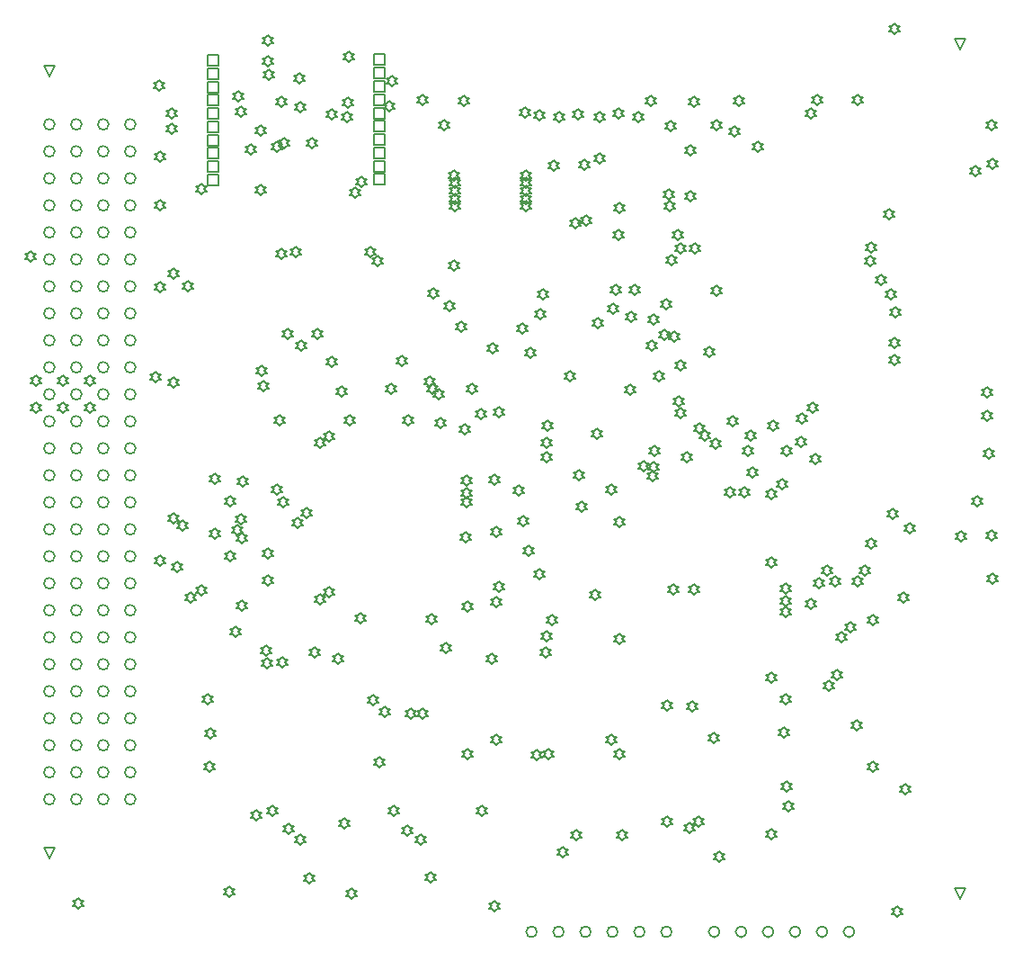
<source format=gbr>
%TF.GenerationSoftware,Altium Limited,Altium Designer,21.8.1 (53)*%
G04 Layer_Color=2752767*
%FSLAX45Y45*%
%MOMM*%
%TF.SameCoordinates,1CF0B822-2DD9-431B-A6BE-AAED35006C4B*%
%TF.FilePolarity,Positive*%
%TF.FileFunction,Drawing*%
%TF.Part,Single*%
G01*
G75*
%TA.AperFunction,NonConductor*%
%ADD61C,0.12700*%
%ADD98C,0.16933*%
D61*
X1999200Y8299200D02*
Y8400800D01*
X2100800D01*
Y8299200D01*
X1999200D01*
Y8174200D02*
Y8275800D01*
X2100800D01*
Y8174200D01*
X1999200D01*
Y8049200D02*
Y8150800D01*
X2100800D01*
Y8049200D01*
X1999200D01*
Y7924200D02*
Y8025800D01*
X2100800D01*
Y7924200D01*
X1999200D01*
Y7799200D02*
Y7900800D01*
X2100800D01*
Y7799200D01*
X1999200D01*
Y7674200D02*
Y7775800D01*
X2100800D01*
Y7674200D01*
X1999200D01*
Y7549200D02*
Y7650800D01*
X2100800D01*
Y7549200D01*
X1999200D01*
Y7424200D02*
Y7525800D01*
X2100800D01*
Y7424200D01*
X1999200D01*
Y7299200D02*
Y7400800D01*
X2100800D01*
Y7299200D01*
X1999200D01*
Y7174200D02*
Y7275800D01*
X2100800D01*
Y7174200D01*
X1999200D01*
X3569200Y8304200D02*
Y8405800D01*
X3670800D01*
Y8304200D01*
X3569200D01*
Y8179200D02*
Y8280800D01*
X3670800D01*
Y8179200D01*
X3569200D01*
Y8054200D02*
Y8155800D01*
X3670800D01*
Y8054200D01*
X3569200D01*
Y7929200D02*
Y8030800D01*
X3670800D01*
Y7929200D01*
X3569200D01*
Y7804200D02*
Y7905800D01*
X3670800D01*
Y7804200D01*
X3569200D01*
Y7679200D02*
Y7780800D01*
X3670800D01*
Y7679200D01*
X3569200D01*
Y7554200D02*
Y7655800D01*
X3670800D01*
Y7554200D01*
X3569200D01*
Y7429200D02*
Y7530800D01*
X3670800D01*
Y7429200D01*
X3569200D01*
Y7304200D02*
Y7405800D01*
X3670800D01*
Y7304200D01*
X3569200D01*
Y7179200D02*
Y7280800D01*
X3670800D01*
Y7179200D01*
X3569200D01*
X9082000Y8451200D02*
X9031200Y8552800D01*
X9132800D01*
X9082000Y8451200D01*
Y457200D02*
X9031200Y558800D01*
X9132800D01*
X9082000Y457200D01*
X508000Y838200D02*
X457200Y939800D01*
X558800D01*
X508000Y838200D01*
Y8197200D02*
X457200Y8298800D01*
X558800D01*
X508000Y8197200D01*
X2690000Y6479200D02*
X2715400Y6504600D01*
X2740800D01*
X2715400Y6530000D01*
X2740800Y6555400D01*
X2715400D01*
X2690000Y6580800D01*
X2664600Y6555400D01*
X2639200D01*
X2664600Y6530000D01*
X2639200Y6504600D01*
X2664600D01*
X2690000Y6479200D01*
X2751991Y5726007D02*
X2777391Y5751407D01*
X2802791D01*
X2777391Y5776807D01*
X2802791Y5802207D01*
X2777391D01*
X2751991Y5827607D01*
X2726591Y5802207D01*
X2701191D01*
X2726591Y5776807D01*
X2701191Y5751407D01*
X2726591D01*
X2751991Y5726007D01*
X2830000Y6499200D02*
X2855400Y6524600D01*
X2880800D01*
X2855400Y6550000D01*
X2880800Y6575400D01*
X2855400D01*
X2830000Y6600800D01*
X2804600Y6575400D01*
X2779200D01*
X2804600Y6550000D01*
X2779200Y6524600D01*
X2804600D01*
X2830000Y6499200D01*
X3327400Y8331200D02*
X3352800Y8356600D01*
X3378200D01*
X3352800Y8382000D01*
X3378200Y8407400D01*
X3352800D01*
X3327400Y8432800D01*
X3302000Y8407400D01*
X3276600D01*
X3302000Y8382000D01*
X3276600Y8356600D01*
X3302000D01*
X3327400Y8331200D01*
X3736941Y8102258D02*
X3762341Y8127658D01*
X3787741D01*
X3762341Y8153058D01*
X3787741Y8178458D01*
X3762341D01*
X3736941Y8203858D01*
X3711541Y8178458D01*
X3686141D01*
X3711541Y8153058D01*
X3686141Y8127658D01*
X3711541D01*
X3736941Y8102258D01*
X8240000Y6409200D02*
X8265400Y6434600D01*
X8290800D01*
X8265400Y6460000D01*
X8290800Y6485400D01*
X8265400D01*
X8240000Y6510800D01*
X8214600Y6485400D01*
X8189200D01*
X8214600Y6460000D01*
X8189200Y6434600D01*
X8214600D01*
X8240000Y6409200D01*
X8343900Y6235700D02*
X8369300Y6261100D01*
X8394700D01*
X8369300Y6286500D01*
X8394700Y6311900D01*
X8369300D01*
X8343900Y6337300D01*
X8318500Y6311900D01*
X8293100D01*
X8318500Y6286500D01*
X8293100Y6261100D01*
X8318500D01*
X8343900Y6235700D01*
X8432800Y6096000D02*
X8458200Y6121400D01*
X8483600D01*
X8458200Y6146800D01*
X8483600Y6172200D01*
X8458200D01*
X8432800Y6197600D01*
X8407400Y6172200D01*
X8382000D01*
X8407400Y6146800D01*
X8382000Y6121400D01*
X8407400D01*
X8432800Y6096000D01*
X6515900Y4563000D02*
X6541300Y4588400D01*
X6566700D01*
X6541300Y4613800D01*
X6566700Y4639200D01*
X6541300D01*
X6515900Y4664600D01*
X6490500Y4639200D01*
X6465100D01*
X6490500Y4613800D01*
X6465100Y4588400D01*
X6490500D01*
X6515900Y4563000D01*
X6579000Y3319200D02*
X6604400Y3344600D01*
X6629800D01*
X6604400Y3370000D01*
X6629800Y3395400D01*
X6604400D01*
X6579000Y3420800D01*
X6553600Y3395400D01*
X6528200D01*
X6553600Y3370000D01*
X6528200Y3344600D01*
X6553600D01*
X6579000Y3319200D01*
X6565900Y2222500D02*
X6591300Y2247900D01*
X6616700D01*
X6591300Y2273300D01*
X6616700Y2298700D01*
X6591300D01*
X6565900Y2324100D01*
X6540500Y2298700D01*
X6515100D01*
X6540500Y2273300D01*
X6515100Y2247900D01*
X6540500D01*
X6565900Y2222500D01*
X7924800Y2514600D02*
X7950200Y2540000D01*
X7975600D01*
X7950200Y2565400D01*
X7975600Y2590800D01*
X7950200D01*
X7924800Y2616200D01*
X7899400Y2590800D01*
X7874000D01*
X7899400Y2565400D01*
X7874000Y2540000D01*
X7899400D01*
X7924800Y2514600D01*
X7848600Y2413000D02*
X7874000Y2438400D01*
X7899400D01*
X7874000Y2463800D01*
X7899400Y2489200D01*
X7874000D01*
X7848600Y2514600D01*
X7823200Y2489200D01*
X7797800D01*
X7823200Y2463800D01*
X7797800Y2438400D01*
X7823200D01*
X7848600Y2413000D01*
X7911700Y3399200D02*
X7937100Y3424600D01*
X7962500D01*
X7937100Y3450000D01*
X7962500Y3475400D01*
X7937100D01*
X7911700Y3500800D01*
X7886300Y3475400D01*
X7860900D01*
X7886300Y3450000D01*
X7860900Y3424600D01*
X7886300D01*
X7911700Y3399200D01*
X2882900Y5613400D02*
X2908300Y5638800D01*
X2933700D01*
X2908300Y5664200D01*
X2933700Y5689600D01*
X2908300D01*
X2882900Y5715000D01*
X2857500Y5689600D01*
X2832100D01*
X2857500Y5664200D01*
X2832100Y5638800D01*
X2857500D01*
X2882900Y5613400D01*
X6794500Y6134100D02*
X6819900Y6159500D01*
X6845300D01*
X6819900Y6184900D01*
X6845300Y6210300D01*
X6819900D01*
X6794500Y6235700D01*
X6769100Y6210300D01*
X6743700D01*
X6769100Y6184900D01*
X6743700Y6159500D01*
X6769100D01*
X6794500Y6134100D01*
X1549400Y7391400D02*
X1574800Y7416800D01*
X1600200D01*
X1574800Y7442200D01*
X1600200Y7467600D01*
X1574800D01*
X1549400Y7493000D01*
X1524000Y7467600D01*
X1498600D01*
X1524000Y7442200D01*
X1498600Y7416800D01*
X1524000D01*
X1549400Y7391400D01*
X6210000Y4626100D02*
X6235400Y4651500D01*
X6260800D01*
X6235400Y4676900D01*
X6260800Y4702300D01*
X6235400D01*
X6210000Y4727700D01*
X6184600Y4702300D01*
X6159200D01*
X6184600Y4676900D01*
X6159200Y4651500D01*
X6184600D01*
X6210000Y4626100D01*
X5499100Y4394200D02*
X5524500Y4419600D01*
X5549900D01*
X5524500Y4445000D01*
X5549900Y4470400D01*
X5524500D01*
X5499100Y4495800D01*
X5473700Y4470400D01*
X5448300D01*
X5473700Y4445000D01*
X5448300Y4419600D01*
X5473700D01*
X5499100Y4394200D01*
X4438957Y4229100D02*
X4464357Y4254500D01*
X4489757D01*
X4464357Y4279900D01*
X4489757Y4305300D01*
X4464357D01*
X4438957Y4330700D01*
X4413557Y4305300D01*
X4388157D01*
X4413557Y4279900D01*
X4388157Y4254500D01*
X4413557D01*
X4438957Y4229100D01*
X7446782Y3329200D02*
X7472182Y3354600D01*
X7497582D01*
X7472182Y3380000D01*
X7497582Y3405400D01*
X7472182D01*
X7446782Y3430800D01*
X7421382Y3405400D01*
X7395982D01*
X7421382Y3380000D01*
X7395982Y3354600D01*
X7421382D01*
X7446782Y3329200D01*
X3352800Y457200D02*
X3378200Y482600D01*
X3403600D01*
X3378200Y508000D01*
X3403600Y533400D01*
X3378200D01*
X3352800Y558800D01*
X3327400Y533400D01*
X3302000D01*
X3327400Y508000D01*
X3302000Y482600D01*
X3327400D01*
X3352800Y457200D01*
X5100000Y1759200D02*
X5125400Y1784600D01*
X5150800D01*
X5125400Y1810000D01*
X5150800Y1835400D01*
X5125400D01*
X5100000Y1860800D01*
X5074600Y1835400D01*
X5049200D01*
X5074600Y1810000D01*
X5049200Y1784600D01*
X5074600D01*
X5100000Y1759200D01*
X5662889Y4783742D02*
X5688289Y4809142D01*
X5713689D01*
X5688289Y4834542D01*
X5713689Y4859942D01*
X5688289D01*
X5662889Y4885342D01*
X5637489Y4859942D01*
X5612089D01*
X5637489Y4834542D01*
X5612089Y4809142D01*
X5637489D01*
X5662889Y4783742D01*
X6102462Y4484971D02*
X6127862Y4510371D01*
X6153262D01*
X6127862Y4535771D01*
X6153262Y4561171D01*
X6127862D01*
X6102462Y4586571D01*
X6077062Y4561171D01*
X6051662D01*
X6077062Y4535771D01*
X6051662Y4510371D01*
X6077062D01*
X6102462Y4484971D01*
X6190000Y4389200D02*
X6215400Y4414600D01*
X6240800D01*
X6215400Y4440000D01*
X6240800Y4465400D01*
X6215400D01*
X6190000Y4490800D01*
X6164600Y4465400D01*
X6139200D01*
X6164600Y4440000D01*
X6139200Y4414600D01*
X6164600D01*
X6190000Y4389200D01*
X6200000Y4469200D02*
X6225400Y4494600D01*
X6250800D01*
X6225400Y4520000D01*
X6250800Y4545400D01*
X6225400D01*
X6200000Y4570800D01*
X6174600Y4545400D01*
X6149200D01*
X6174600Y4520000D01*
X6149200Y4494600D01*
X6174600D01*
X6200000Y4469200D01*
X7442200Y3213100D02*
X7467600Y3238500D01*
X7493000D01*
X7467600Y3263900D01*
X7493000Y3289300D01*
X7467600D01*
X7442200Y3314700D01*
X7416800Y3289300D01*
X7391400D01*
X7416800Y3263900D01*
X7391400Y3238500D01*
X7416800D01*
X7442200Y3213100D01*
Y3111500D02*
X7467600Y3136900D01*
X7493000D01*
X7467600Y3162300D01*
X7493000Y3187700D01*
X7467600D01*
X7442200Y3213100D01*
X7416800Y3187700D01*
X7391400D01*
X7416800Y3162300D01*
X7391400Y3136900D01*
X7416800D01*
X7442200Y3111500D01*
X4241800Y2768600D02*
X4267200Y2794000D01*
X4292600D01*
X4267200Y2819400D01*
X4292600Y2844800D01*
X4267200D01*
X4241800Y2870200D01*
X4216400Y2844800D01*
X4191000D01*
X4216400Y2819400D01*
X4191000Y2794000D01*
X4216400D01*
X4241800Y2768600D01*
X4673600Y2667000D02*
X4699000Y2692400D01*
X4724400D01*
X4699000Y2717800D01*
X4724400Y2743200D01*
X4699000D01*
X4673600Y2768600D01*
X4648200Y2743200D01*
X4622800D01*
X4648200Y2717800D01*
X4622800Y2692400D01*
X4648200D01*
X4673600Y2667000D01*
X2870200Y7861300D02*
X2895600Y7886700D01*
X2921000D01*
X2895600Y7912100D01*
X2921000Y7937500D01*
X2895600D01*
X2870200Y7962900D01*
X2844800Y7937500D01*
X2819400D01*
X2844800Y7912100D01*
X2819400Y7886700D01*
X2844800D01*
X2870200Y7861300D01*
X2697818Y7907018D02*
X2723218Y7932418D01*
X2748618D01*
X2723218Y7957818D01*
X2748618Y7983218D01*
X2723218D01*
X2697818Y8008618D01*
X2672418Y7983218D01*
X2647018D01*
X2672418Y7957818D01*
X2647018Y7932418D01*
X2672418D01*
X2697818Y7907018D01*
X2578100Y8166100D02*
X2603500Y8191500D01*
X2628900D01*
X2603500Y8216900D01*
X2628900Y8242300D01*
X2603500D01*
X2578100Y8267700D01*
X2552700Y8242300D01*
X2527300D01*
X2552700Y8216900D01*
X2527300Y8191500D01*
X2552700D01*
X2578100Y8166100D01*
X2565400Y8293100D02*
X2590800Y8318500D01*
X2616200D01*
X2590800Y8343900D01*
X2616200Y8369300D01*
X2590800D01*
X2565400Y8394700D01*
X2540000Y8369300D01*
X2514600D01*
X2540000Y8343900D01*
X2514600Y8318500D01*
X2540000D01*
X2565400Y8293100D01*
X2716370Y7524174D02*
X2741770Y7549574D01*
X2767170D01*
X2741770Y7574974D01*
X2767170Y7600374D01*
X2741770D01*
X2716370Y7625774D01*
X2690970Y7600374D01*
X2665570D01*
X2690970Y7574974D01*
X2665570Y7549574D01*
X2690970D01*
X2716370Y7524174D01*
X2410000Y7459200D02*
X2435400Y7484600D01*
X2460800D01*
X2435400Y7510000D01*
X2460800Y7535400D01*
X2435400D01*
X2410000Y7560800D01*
X2384600Y7535400D01*
X2359200D01*
X2384600Y7510000D01*
X2359200Y7484600D01*
X2384600D01*
X2410000Y7459200D01*
X2313100Y7819200D02*
X2338500Y7844600D01*
X2363900D01*
X2338500Y7870000D01*
X2363900Y7895400D01*
X2338500D01*
X2313100Y7920800D01*
X2287700Y7895400D01*
X2262300D01*
X2287700Y7870000D01*
X2262300Y7844600D01*
X2287700D01*
X2313100Y7819200D01*
X2649266Y7489791D02*
X2674666Y7515191D01*
X2700066D01*
X2674666Y7540591D01*
X2700066Y7565991D01*
X2674666D01*
X2649266Y7591391D01*
X2623866Y7565991D01*
X2598466D01*
X2623866Y7540591D01*
X2598466Y7515191D01*
X2623866D01*
X2649266Y7489791D01*
X2500000Y7639200D02*
X2525400Y7664600D01*
X2550800D01*
X2525400Y7690000D01*
X2550800Y7715400D01*
X2525400D01*
X2500000Y7740800D01*
X2474600Y7715400D01*
X2449200D01*
X2474600Y7690000D01*
X2449200Y7664600D01*
X2474600D01*
X2500000Y7639200D01*
X6959600Y7632700D02*
X6985000Y7658100D01*
X7010400D01*
X6985000Y7683500D01*
X7010400Y7708900D01*
X6985000D01*
X6959600Y7734300D01*
X6934200Y7708900D01*
X6908800D01*
X6934200Y7683500D01*
X6908800Y7658100D01*
X6934200D01*
X6959600Y7632700D01*
X5041900Y5549900D02*
X5067300Y5575300D01*
X5092700D01*
X5067300Y5600700D01*
X5092700Y5626100D01*
X5067300D01*
X5041900Y5651500D01*
X5016500Y5626100D01*
X4991100D01*
X5016500Y5600700D01*
X4991100Y5575300D01*
X5016500D01*
X5041900Y5549900D01*
X6184900Y5613400D02*
X6210300Y5638800D01*
X6235700D01*
X6210300Y5664200D01*
X6235700Y5689600D01*
X6210300D01*
X6184900Y5715000D01*
X6159500Y5689600D01*
X6134100D01*
X6159500Y5664200D01*
X6134100Y5638800D01*
X6159500D01*
X6184900Y5613400D01*
X5676900Y5829300D02*
X5702300Y5854700D01*
X5727700D01*
X5702300Y5880100D01*
X5727700Y5905500D01*
X5702300D01*
X5676900Y5930900D01*
X5651500Y5905500D01*
X5626100D01*
X5651500Y5880100D01*
X5626100Y5854700D01*
X5651500D01*
X5676900Y5829300D01*
X6629400Y4838700D02*
X6654800Y4864100D01*
X6680200D01*
X6654800Y4889500D01*
X6680200Y4914900D01*
X6654800D01*
X6629400Y4940300D01*
X6604000Y4914900D01*
X6578600D01*
X6604000Y4889500D01*
X6578600Y4864100D01*
X6604000D01*
X6629400Y4838700D01*
X6946900Y4902200D02*
X6972300Y4927600D01*
X6997700D01*
X6972300Y4953000D01*
X6997700Y4978400D01*
X6972300D01*
X6946900Y5003800D01*
X6921500Y4978400D01*
X6896100D01*
X6921500Y4953000D01*
X6896100Y4927600D01*
X6921500D01*
X6946900Y4902200D01*
X9093200Y3822700D02*
X9118600Y3848100D01*
X9144000D01*
X9118600Y3873500D01*
X9144000Y3898900D01*
X9118600D01*
X9093200Y3924300D01*
X9067800Y3898900D01*
X9042400D01*
X9067800Y3873500D01*
X9042400Y3848100D01*
X9067800D01*
X9093200Y3822700D01*
X2527300Y5232400D02*
X2552700Y5257800D01*
X2578100D01*
X2552700Y5283200D01*
X2578100Y5308600D01*
X2552700D01*
X2527300Y5334000D01*
X2501900Y5308600D01*
X2476500D01*
X2501900Y5283200D01*
X2476500Y5257800D01*
X2501900D01*
X2527300Y5232400D01*
X2213385Y4147225D02*
X2238785Y4172625D01*
X2264185D01*
X2238785Y4198025D01*
X2264185Y4223425D01*
X2238785D01*
X2213385Y4248825D01*
X2187985Y4223425D01*
X2162585D01*
X2187985Y4198025D01*
X2162585Y4172625D01*
X2187985D01*
X2213385Y4147225D01*
X2260600Y2921000D02*
X2286000Y2946400D01*
X2311400D01*
X2286000Y2971800D01*
X2311400Y2997200D01*
X2286000D01*
X2260600Y3022600D01*
X2235200Y2997200D01*
X2209800D01*
X2235200Y2971800D01*
X2209800Y2946400D01*
X2235200D01*
X2260600Y2921000D01*
X3009900Y2730500D02*
X3035300Y2755900D01*
X3060700D01*
X3035300Y2781300D01*
X3060700Y2806700D01*
X3035300D01*
X3009900Y2832100D01*
X2984500Y2806700D01*
X2959100D01*
X2984500Y2781300D01*
X2959100Y2755900D01*
X2984500D01*
X3009900Y2730500D01*
X3225800Y2667000D02*
X3251200Y2692400D01*
X3276600D01*
X3251200Y2717800D01*
X3276600Y2743200D01*
X3251200D01*
X3225800Y2768600D01*
X3200400Y2743200D01*
X3175000D01*
X3200400Y2717800D01*
X3175000Y2692400D01*
X3200400D01*
X3225800Y2667000D01*
X3263900Y5181600D02*
X3289300Y5207000D01*
X3314700D01*
X3289300Y5232400D01*
X3314700Y5257800D01*
X3289300D01*
X3263900Y5283200D01*
X3238500Y5257800D01*
X3213100D01*
X3238500Y5232400D01*
X3213100Y5207000D01*
X3238500D01*
X3263900Y5181600D01*
X3730462Y5210878D02*
X3755862Y5236278D01*
X3781262D01*
X3755862Y5261678D01*
X3781262Y5287078D01*
X3755862D01*
X3730462Y5312478D01*
X3705062Y5287078D01*
X3679662D01*
X3705062Y5261678D01*
X3679662Y5236278D01*
X3705062D01*
X3730462Y5210878D01*
X2212017Y3636748D02*
X2237417Y3662148D01*
X2262817D01*
X2237417Y3687548D01*
X2262817Y3712948D01*
X2237417D01*
X2212017Y3738348D01*
X2186617Y3712948D01*
X2161217D01*
X2186617Y3687548D01*
X2161217Y3662148D01*
X2186617D01*
X2212017Y3636748D01*
X2318019Y3801046D02*
X2343419Y3826446D01*
X2368819D01*
X2343419Y3851846D01*
X2368819Y3877246D01*
X2343419D01*
X2318019Y3902646D01*
X2292619Y3877246D01*
X2267219D01*
X2292619Y3851846D01*
X2267219Y3826446D01*
X2292619D01*
X2318019Y3801046D01*
X8549000Y3249200D02*
X8574400Y3274600D01*
X8599800D01*
X8574400Y3300000D01*
X8599800Y3325400D01*
X8574400D01*
X8549000Y3350800D01*
X8523600Y3325400D01*
X8498200D01*
X8523600Y3300000D01*
X8498200Y3274600D01*
X8523600D01*
X8549000Y3249200D01*
X8268100Y3029200D02*
X8293500Y3054600D01*
X8318900D01*
X8293500Y3080000D01*
X8318900Y3105400D01*
X8293500D01*
X8268100Y3130800D01*
X8242700Y3105400D01*
X8217300D01*
X8242700Y3080000D01*
X8217300Y3054600D01*
X8242700D01*
X8268100Y3029200D01*
Y1649200D02*
X8293500Y1674600D01*
X8318900D01*
X8293500Y1700000D01*
X8318900Y1725400D01*
X8293500D01*
X8268100Y1750800D01*
X8242700Y1725400D01*
X8217300D01*
X8242700Y1700000D01*
X8217300Y1674600D01*
X8242700D01*
X8268100Y1649200D01*
X8572100Y1439200D02*
X8597500Y1464600D01*
X8622900D01*
X8597500Y1490000D01*
X8622900Y1515400D01*
X8597500D01*
X8572100Y1540800D01*
X8546700Y1515400D01*
X8521300D01*
X8546700Y1490000D01*
X8521300Y1464600D01*
X8546700D01*
X8572100Y1439200D01*
X381000Y5029200D02*
X406400Y5054600D01*
X431800D01*
X406400Y5080000D01*
X431800Y5105400D01*
X406400D01*
X381000Y5130800D01*
X355600Y5105400D01*
X330200D01*
X355600Y5080000D01*
X330200Y5054600D01*
X355600D01*
X381000Y5029200D01*
Y5283200D02*
X406400Y5308600D01*
X431800D01*
X406400Y5334000D01*
X431800Y5359400D01*
X406400D01*
X381000Y5384800D01*
X355600Y5359400D01*
X330200D01*
X355600Y5334000D01*
X330200Y5308600D01*
X355600D01*
X381000Y5283200D01*
X635000D02*
X660400Y5308600D01*
X685800D01*
X660400Y5334000D01*
X685800Y5359400D01*
X660400D01*
X635000Y5384800D01*
X609600Y5359400D01*
X584200D01*
X609600Y5334000D01*
X584200Y5308600D01*
X609600D01*
X635000Y5283200D01*
X889000D02*
X914400Y5308600D01*
X939800D01*
X914400Y5334000D01*
X939800Y5359400D01*
X914400D01*
X889000Y5384800D01*
X863600Y5359400D01*
X838200D01*
X863600Y5334000D01*
X838200Y5308600D01*
X863600D01*
X889000Y5283200D01*
Y5029200D02*
X914400Y5054600D01*
X939800D01*
X914400Y5080000D01*
X939800Y5105400D01*
X914400D01*
X889000Y5130800D01*
X863600Y5105400D01*
X838200D01*
X863600Y5080000D01*
X838200Y5054600D01*
X863600D01*
X889000Y5029200D01*
X635000D02*
X660400Y5054600D01*
X685800D01*
X660400Y5080000D01*
X685800Y5105400D01*
X660400D01*
X635000Y5130800D01*
X609600Y5105400D01*
X584200D01*
X609600Y5080000D01*
X584200Y5054600D01*
X609600D01*
X635000Y5029200D01*
X330200Y6451600D02*
X355600Y6477000D01*
X381000D01*
X355600Y6502400D01*
X381000Y6527800D01*
X355600D01*
X330200Y6553200D01*
X304800Y6527800D01*
X279400D01*
X304800Y6502400D01*
X279400Y6477000D01*
X304800D01*
X330200Y6451600D01*
X1511300Y5321300D02*
X1536700Y5346700D01*
X1562100D01*
X1536700Y5372100D01*
X1562100Y5397500D01*
X1536700D01*
X1511300Y5422900D01*
X1485900Y5397500D01*
X1460500D01*
X1485900Y5372100D01*
X1460500Y5346700D01*
X1485900D01*
X1511300Y5321300D01*
X1676400Y5270500D02*
X1701800Y5295900D01*
X1727200D01*
X1701800Y5321300D01*
X1727200Y5346700D01*
X1701800D01*
X1676400Y5372100D01*
X1651000Y5346700D01*
X1625600D01*
X1651000Y5321300D01*
X1625600Y5295900D01*
X1651000D01*
X1676400Y5270500D01*
X1815700Y6170400D02*
X1841100Y6195800D01*
X1866500D01*
X1841100Y6221200D01*
X1866500Y6246600D01*
X1841100D01*
X1815700Y6272000D01*
X1790300Y6246600D01*
X1764900D01*
X1790300Y6221200D01*
X1764900Y6195800D01*
X1790300D01*
X1815700Y6170400D01*
X1549400Y3594100D02*
X1574800Y3619500D01*
X1600200D01*
X1574800Y3644900D01*
X1600200Y3670300D01*
X1574800D01*
X1549400Y3695700D01*
X1524000Y3670300D01*
X1498600D01*
X1524000Y3644900D01*
X1498600Y3619500D01*
X1524000D01*
X1549400Y3594100D01*
X1714500Y3530600D02*
X1739900Y3556000D01*
X1765300D01*
X1739900Y3581400D01*
X1765300Y3606800D01*
X1739900D01*
X1714500Y3632200D01*
X1689100Y3606800D01*
X1663700D01*
X1689100Y3581400D01*
X1663700Y3556000D01*
X1689100D01*
X1714500Y3530600D01*
X4925982Y4253218D02*
X4951382Y4278618D01*
X4976782D01*
X4951382Y4304018D01*
X4976782Y4329418D01*
X4951382D01*
X4925982Y4354818D01*
X4900582Y4329418D01*
X4875182D01*
X4900582Y4304018D01*
X4875182Y4278618D01*
X4900582D01*
X4925982Y4253218D01*
X4127500Y6108700D02*
X4152900Y6134100D01*
X4178300D01*
X4152900Y6159500D01*
X4178300Y6184900D01*
X4152900D01*
X4127500Y6210300D01*
X4102100Y6184900D01*
X4076700D01*
X4102100Y6159500D01*
X4076700Y6134100D01*
X4102100D01*
X4127500Y6108700D01*
X5461000Y6769100D02*
X5486400Y6794500D01*
X5511800D01*
X5486400Y6819900D01*
X5511800Y6845300D01*
X5486400D01*
X5461000Y6870700D01*
X5435600Y6845300D01*
X5410200D01*
X5435600Y6819900D01*
X5410200Y6794500D01*
X5435600D01*
X5461000Y6769100D01*
X7130000Y4423181D02*
X7155400Y4448581D01*
X7180800D01*
X7155400Y4473981D01*
X7180800Y4499381D01*
X7155400D01*
X7130000Y4524781D01*
X7104600Y4499381D01*
X7079200D01*
X7104600Y4473981D01*
X7079200Y4448581D01*
X7104600D01*
X7130000Y4423181D01*
X5128969Y5914869D02*
X5154369Y5940269D01*
X5179769D01*
X5154369Y5965669D01*
X5179769Y5991069D01*
X5154369D01*
X5128969Y6016469D01*
X5103569Y5991069D01*
X5078169D01*
X5103569Y5965669D01*
X5078169Y5940269D01*
X5103569D01*
X5128969Y5914869D01*
X5160000Y6097530D02*
X5185400Y6122930D01*
X5210800D01*
X5185400Y6148330D01*
X5210800Y6173730D01*
X5185400D01*
X5160000Y6199130D01*
X5134600Y6173730D01*
X5109200D01*
X5134600Y6148330D01*
X5109200Y6122930D01*
X5134600D01*
X5160000Y6097530D01*
X6020000Y6138020D02*
X6045400Y6163420D01*
X6070800D01*
X6045400Y6188820D01*
X6070800Y6214220D01*
X6045400D01*
X6020000Y6239620D01*
X5994600Y6214220D01*
X5969200D01*
X5994600Y6188820D01*
X5969200Y6163420D01*
X5994600D01*
X6020000Y6138020D01*
X5840000D02*
X5865400Y6163420D01*
X5890800D01*
X5865400Y6188820D01*
X5890800Y6214220D01*
X5865400D01*
X5840000Y6239620D01*
X5814600Y6214220D01*
X5789200D01*
X5814600Y6188820D01*
X5789200Y6163420D01*
X5814600D01*
X5840000Y6138020D01*
X4390000Y5790400D02*
X4415400Y5815800D01*
X4440800D01*
X4415400Y5841200D01*
X4440800Y5866600D01*
X4415400D01*
X4390000Y5892000D01*
X4364600Y5866600D01*
X4339200D01*
X4364600Y5841200D01*
X4339200Y5815800D01*
X4364600D01*
X4390000Y5790400D01*
X4680000Y5586100D02*
X4705400Y5611500D01*
X4730800D01*
X4705400Y5636900D01*
X4730800Y5662300D01*
X4705400D01*
X4680000Y5687700D01*
X4654600Y5662300D01*
X4629200D01*
X4654600Y5636900D01*
X4629200Y5611500D01*
X4654600D01*
X4680000Y5586100D01*
X4280000Y5989200D02*
X4305400Y6014600D01*
X4330800D01*
X4305400Y6040000D01*
X4330800Y6065400D01*
X4305400D01*
X4280000Y6090800D01*
X4254600Y6065400D01*
X4229200D01*
X4254600Y6040000D01*
X4229200Y6014600D01*
X4254600D01*
X4280000Y5989200D01*
X3030398Y5727300D02*
X3055798Y5752700D01*
X3081198D01*
X3055798Y5778100D01*
X3081198Y5803500D01*
X3055798D01*
X3030398Y5828900D01*
X3004998Y5803500D01*
X2979598D01*
X3004998Y5778100D01*
X2979598Y5752700D01*
X3004998D01*
X3030398Y5727300D01*
X7680000Y3189200D02*
X7705400Y3214600D01*
X7730800D01*
X7705400Y3240000D01*
X7730800Y3265400D01*
X7705400D01*
X7680000Y3290800D01*
X7654600Y3265400D01*
X7629200D01*
X7654600Y3240000D01*
X7629200Y3214600D01*
X7654600D01*
X7680000Y3189200D01*
X5240000Y3029200D02*
X5265400Y3054600D01*
X5290800D01*
X5265400Y3080000D01*
X5290800Y3105400D01*
X5265400D01*
X5240000Y3130800D01*
X5214600Y3105400D01*
X5189200D01*
X5214600Y3080000D01*
X5189200Y3054600D01*
X5214600D01*
X5240000Y3029200D01*
X7326900Y4859200D02*
X7352300Y4884600D01*
X7377700D01*
X7352300Y4910000D01*
X7377700Y4935400D01*
X7352300D01*
X7326900Y4960800D01*
X7301500Y4935400D01*
X7276100D01*
X7301500Y4910000D01*
X7276100Y4884600D01*
X7301500D01*
X7326900Y4859200D01*
X7180000Y7489200D02*
X7205400Y7514600D01*
X7230800D01*
X7205400Y7540000D01*
X7230800Y7565400D01*
X7205400D01*
X7180000Y7590800D01*
X7154600Y7565400D01*
X7129200D01*
X7154600Y7540000D01*
X7129200Y7514600D01*
X7154600D01*
X7180000Y7489200D01*
X7110000Y4772300D02*
X7135400Y4797700D01*
X7160800D01*
X7135400Y4823100D01*
X7160800Y4848500D01*
X7135400D01*
X7110000Y4873900D01*
X7084600Y4848500D01*
X7059200D01*
X7084600Y4823100D01*
X7059200Y4797700D01*
X7084600D01*
X7110000Y4772300D01*
X7590000Y4709200D02*
X7615400Y4734600D01*
X7640800D01*
X7615400Y4760000D01*
X7640800Y4785400D01*
X7615400D01*
X7590000Y4810800D01*
X7564600Y4785400D01*
X7539200D01*
X7564600Y4760000D01*
X7539200Y4734600D01*
X7564600D01*
X7590000Y4709200D01*
X7450000Y4629200D02*
X7475400Y4654600D01*
X7500800D01*
X7475400Y4680000D01*
X7500800Y4705400D01*
X7475400D01*
X7450000Y4730800D01*
X7424600Y4705400D01*
X7399200D01*
X7424600Y4680000D01*
X7399200Y4654600D01*
X7424600D01*
X7450000Y4629200D01*
X7720000Y4549200D02*
X7745400Y4574600D01*
X7770800D01*
X7745400Y4600000D01*
X7770800Y4625400D01*
X7745400D01*
X7720000Y4650800D01*
X7694600Y4625400D01*
X7669200D01*
X7694600Y4600000D01*
X7669200Y4574600D01*
X7694600D01*
X7720000Y4549200D01*
X8190000Y3499200D02*
X8215400Y3524600D01*
X8240800D01*
X8215400Y3550000D01*
X8240800Y3575400D01*
X8215400D01*
X8190000Y3600800D01*
X8164600Y3575400D01*
X8139200D01*
X8164600Y3550000D01*
X8139200Y3524600D01*
X8164600D01*
X8190000Y3499200D01*
X8120000Y3399200D02*
X8145400Y3424600D01*
X8170800D01*
X8145400Y3450000D01*
X8170800Y3475400D01*
X8145400D01*
X8120000Y3500800D01*
X8094600Y3475400D01*
X8069200D01*
X8094600Y3450000D01*
X8069200Y3424600D01*
X8094600D01*
X8120000Y3399200D01*
X8050000Y2969200D02*
X8075400Y2994600D01*
X8100800D01*
X8075400Y3020000D01*
X8100800Y3045400D01*
X8075400D01*
X8050000Y3070800D01*
X8024600Y3045400D01*
X7999200D01*
X8024600Y3020000D01*
X7999200Y2994600D01*
X8024600D01*
X8050000Y2969200D01*
X7970000Y2869200D02*
X7995400Y2894600D01*
X8020800D01*
X7995400Y2920000D01*
X8020800Y2945400D01*
X7995400D01*
X7970000Y2970800D01*
X7944600Y2945400D01*
X7919200D01*
X7944600Y2920000D01*
X7919200Y2894600D01*
X7944600D01*
X7970000Y2869200D01*
X7700000Y5029200D02*
X7725400Y5054600D01*
X7750800D01*
X7725400Y5080000D01*
X7750800Y5105400D01*
X7725400D01*
X7700000Y5130800D01*
X7674600Y5105400D01*
X7649200D01*
X7674600Y5080000D01*
X7649200Y5054600D01*
X7674600D01*
X7700000Y5029200D01*
X7600000Y4929200D02*
X7625400Y4954600D01*
X7650800D01*
X7625400Y4980000D01*
X7650800Y5005400D01*
X7625400D01*
X7600000Y5030800D01*
X7574600Y5005400D01*
X7549200D01*
X7574600Y4980000D01*
X7549200Y4954600D01*
X7574600D01*
X7600000Y4929200D01*
X7090000Y4629200D02*
X7115400Y4654600D01*
X7140800D01*
X7115400Y4680000D01*
X7140800Y4705400D01*
X7115400D01*
X7090000Y4730800D01*
X7064600Y4705400D01*
X7039200D01*
X7064600Y4680000D01*
X7039200Y4654600D01*
X7064600D01*
X7090000Y4629200D01*
X6390000Y5699200D02*
X6415400Y5724600D01*
X6440800D01*
X6415400Y5750000D01*
X6440800Y5775400D01*
X6415400D01*
X6390000Y5800800D01*
X6364600Y5775400D01*
X6339200D01*
X6364600Y5750000D01*
X6339200Y5724600D01*
X6364600D01*
X6390000Y5699200D01*
X6720000Y5559200D02*
X6745400Y5584600D01*
X6770800D01*
X6745400Y5610000D01*
X6770800Y5635400D01*
X6745400D01*
X6720000Y5660800D01*
X6694600Y5635400D01*
X6669200D01*
X6694600Y5610000D01*
X6669200Y5584600D01*
X6694600D01*
X6720000Y5559200D01*
X8480000Y5929200D02*
X8505400Y5954600D01*
X8530800D01*
X8505400Y5980000D01*
X8530800Y6005400D01*
X8505400D01*
X8480000Y6030800D01*
X8454600Y6005400D01*
X8429200D01*
X8454600Y5980000D01*
X8429200Y5954600D01*
X8454600D01*
X8480000Y5929200D01*
X5820000Y5964910D02*
X5845400Y5990310D01*
X5870800D01*
X5845400Y6015710D01*
X5870800Y6041110D01*
X5845400D01*
X5820000Y6066510D01*
X5794600Y6041110D01*
X5769200D01*
X5794600Y6015710D01*
X5769200Y5990310D01*
X5794600D01*
X5820000Y5964910D01*
X6200000Y5859200D02*
X6225400Y5884600D01*
X6250800D01*
X6225400Y5910000D01*
X6250800Y5935400D01*
X6225400D01*
X6200000Y5960800D01*
X6174600Y5935400D01*
X6149200D01*
X6174600Y5910000D01*
X6149200Y5884600D01*
X6174600D01*
X6200000Y5859200D01*
X8468162Y5480109D02*
X8493562Y5505509D01*
X8518962D01*
X8493562Y5530909D01*
X8518962Y5556309D01*
X8493562D01*
X8468162Y5581709D01*
X8442762Y5556309D01*
X8417362D01*
X8442762Y5530909D01*
X8417362Y5505509D01*
X8442762D01*
X8468162Y5480109D01*
X8470000Y5639200D02*
X8495400Y5664600D01*
X8520800D01*
X8495400Y5690000D01*
X8520800Y5715400D01*
X8495400D01*
X8470000Y5740800D01*
X8444600Y5715400D01*
X8419200D01*
X8444600Y5690000D01*
X8419200Y5664600D01*
X8444600D01*
X8470000Y5639200D01*
X8245382Y6534582D02*
X8270782Y6559982D01*
X8296182D01*
X8270782Y6585382D01*
X8296182Y6610782D01*
X8270782D01*
X8245382Y6636182D01*
X8219982Y6610782D01*
X8194582D01*
X8219982Y6585382D01*
X8194582Y6559982D01*
X8219982D01*
X8245382Y6534582D01*
X5181009Y2731757D02*
X5206409Y2757157D01*
X5231809D01*
X5206409Y2782557D01*
X5231809Y2807957D01*
X5206409D01*
X5181009Y2833357D01*
X5155609Y2807957D01*
X5130209D01*
X5155609Y2782557D01*
X5130209Y2757157D01*
X5155609D01*
X5181009Y2731757D01*
X5190000Y2879200D02*
X5215400Y2904600D01*
X5240800D01*
X5215400Y2930000D01*
X5240800Y2955400D01*
X5215400D01*
X5190000Y2980800D01*
X5164600Y2955400D01*
X5139200D01*
X5164600Y2930000D01*
X5139200Y2904600D01*
X5164600D01*
X5190000Y2879200D01*
X5200000Y4859200D02*
X5225400Y4884600D01*
X5250800D01*
X5225400Y4910000D01*
X5250800Y4935400D01*
X5225400D01*
X5200000Y4960800D01*
X5174600Y4935400D01*
X5149200D01*
X5174600Y4910000D01*
X5149200Y4884600D01*
X5174600D01*
X5200000Y4859200D01*
X3139004Y4762300D02*
X3164404Y4787700D01*
X3189804D01*
X3164404Y4813100D01*
X3189804Y4838500D01*
X3164404D01*
X3139004Y4863900D01*
X3113604Y4838500D01*
X3088204D01*
X3113604Y4813100D01*
X3088204Y4787700D01*
X3113604D01*
X3139004Y4762300D01*
X3060000Y4699200D02*
X3085400Y4724600D01*
X3110800D01*
X3085400Y4750000D01*
X3110800Y4775400D01*
X3085400D01*
X3060000Y4800800D01*
X3034600Y4775400D01*
X3009200D01*
X3034600Y4750000D01*
X3009200Y4724600D01*
X3034600D01*
X3060000Y4699200D01*
X4420000Y4825370D02*
X4445400Y4850770D01*
X4470800D01*
X4445400Y4876170D01*
X4470800Y4901570D01*
X4445400D01*
X4420000Y4926970D01*
X4394600Y4901570D01*
X4369200D01*
X4394600Y4876170D01*
X4369200Y4850770D01*
X4394600D01*
X4420000Y4825370D01*
X8418700Y6850551D02*
X8444100Y6875951D01*
X8469500D01*
X8444100Y6901351D01*
X8469500Y6926751D01*
X8444100D01*
X8418700Y6952151D01*
X8393300Y6926751D01*
X8367900D01*
X8393300Y6901351D01*
X8367900Y6875951D01*
X8393300D01*
X8418700Y6850551D01*
X1680000Y6289200D02*
X1705400Y6314600D01*
X1730800D01*
X1705400Y6340000D01*
X1730800Y6365400D01*
X1705400D01*
X1680000Y6390800D01*
X1654600Y6365400D01*
X1629200D01*
X1654600Y6340000D01*
X1629200Y6314600D01*
X1654600D01*
X1680000Y6289200D01*
X5120000Y3469200D02*
X5145400Y3494600D01*
X5170800D01*
X5145400Y3520000D01*
X5170800Y3545400D01*
X5145400D01*
X5120000Y3570800D01*
X5094600Y3545400D01*
X5069200D01*
X5094600Y3520000D01*
X5069200Y3494600D01*
X5094600D01*
X5120000Y3469200D01*
X4720000Y3199200D02*
X4745400Y3224600D01*
X4770800D01*
X4745400Y3250000D01*
X4770800Y3275400D01*
X4745400D01*
X4720000Y3300800D01*
X4694600Y3275400D01*
X4669200D01*
X4694600Y3250000D01*
X4669200Y3224600D01*
X4694600D01*
X4720000Y3199200D01*
X7830000Y3499200D02*
X7855400Y3524600D01*
X7880800D01*
X7855400Y3550000D01*
X7880800Y3575400D01*
X7855400D01*
X7830000Y3600800D01*
X7804600Y3575400D01*
X7779200D01*
X7804600Y3550000D01*
X7779200Y3524600D01*
X7804600D01*
X7830000Y3499200D01*
X7760000Y3379200D02*
X7785400Y3404600D01*
X7810800D01*
X7785400Y3430000D01*
X7810800Y3455400D01*
X7785400D01*
X7760000Y3480800D01*
X7734600Y3455400D01*
X7709200D01*
X7734600Y3430000D01*
X7709200Y3404600D01*
X7734600D01*
X7760000Y3379200D01*
X8250000Y3749200D02*
X8275400Y3774600D01*
X8300800D01*
X8275400Y3800000D01*
X8300800Y3825400D01*
X8275400D01*
X8250000Y3850800D01*
X8224600Y3825400D01*
X8199200D01*
X8224600Y3800000D01*
X8199200Y3774600D01*
X8224600D01*
X8250000Y3749200D01*
X8453100Y4029200D02*
X8478500Y4054600D01*
X8503900D01*
X8478500Y4080000D01*
X8503900Y4105400D01*
X8478500D01*
X8453100Y4130800D01*
X8427700Y4105400D01*
X8402300D01*
X8427700Y4080000D01*
X8402300Y4054600D01*
X8427700D01*
X8453100Y4029200D01*
X8610000Y3899200D02*
X8635400Y3924600D01*
X8660800D01*
X8635400Y3950000D01*
X8660800Y3975400D01*
X8635400D01*
X8610000Y4000800D01*
X8584600Y3975400D01*
X8559200D01*
X8584600Y3950000D01*
X8559200Y3924600D01*
X8584600D01*
X8610000Y3899200D01*
X2850000Y3949200D02*
X2875400Y3974600D01*
X2900800D01*
X2875400Y4000000D01*
X2900800Y4025400D01*
X2875400D01*
X2850000Y4050800D01*
X2824600Y4025400D01*
X2799200D01*
X2824600Y4000000D01*
X2799200Y3974600D01*
X2824600D01*
X2850000Y3949200D01*
X2930000Y4039200D02*
X2955400Y4064600D01*
X2980800D01*
X2955400Y4090000D01*
X2980800Y4115400D01*
X2955400D01*
X2930000Y4140800D01*
X2904600Y4115400D01*
X2879200D01*
X2904600Y4090000D01*
X2879200Y4064600D01*
X2904600D01*
X2930000Y4039200D01*
X2650000Y4259200D02*
X2675400Y4284600D01*
X2700800D01*
X2675400Y4310000D01*
X2700800Y4335400D01*
X2675400D01*
X2650000Y4360800D01*
X2624600Y4335400D01*
X2599200D01*
X2624600Y4310000D01*
X2599200Y4284600D01*
X2624600D01*
X2650000Y4259200D01*
X2713100Y4139200D02*
X2738500Y4164600D01*
X2763900D01*
X2738500Y4190000D01*
X2763900Y4215400D01*
X2738500D01*
X2713100Y4240800D01*
X2687700Y4215400D01*
X2662300D01*
X2687700Y4190000D01*
X2662300Y4164600D01*
X2687700D01*
X2713100Y4139200D01*
X4430000Y3809200D02*
X4455400Y3834600D01*
X4480800D01*
X4455400Y3860000D01*
X4480800Y3885400D01*
X4455400D01*
X4430000Y3910800D01*
X4404600Y3885400D01*
X4379200D01*
X4404600Y3860000D01*
X4379200Y3834600D01*
X4404600D01*
X4430000Y3809200D01*
X2570000Y3659200D02*
X2595400Y3684600D01*
X2620800D01*
X2595400Y3710000D01*
X2620800Y3735400D01*
X2595400D01*
X2570000Y3760800D01*
X2544600Y3735400D01*
X2519200D01*
X2544600Y3710000D01*
X2519200Y3684600D01*
X2544600D01*
X2570000Y3659200D01*
X4970000Y3966100D02*
X4995400Y3991500D01*
X5020800D01*
X4995400Y4016900D01*
X5020800Y4042300D01*
X4995400D01*
X4970000Y4067700D01*
X4944600Y4042300D01*
X4919200D01*
X4944600Y4016900D01*
X4919200Y3991500D01*
X4944600D01*
X4970000Y3966100D01*
X4720000Y3859200D02*
X4745400Y3884600D01*
X4770800D01*
X4745400Y3910000D01*
X4770800Y3935400D01*
X4745400D01*
X4720000Y3960800D01*
X4694600Y3935400D01*
X4669200D01*
X4694600Y3910000D01*
X4669200Y3884600D01*
X4694600D01*
X4720000Y3859200D01*
X4440000Y4349200D02*
X4465400Y4374600D01*
X4490800D01*
X4465400Y4400000D01*
X4490800Y4425400D01*
X4465400D01*
X4440000Y4450800D01*
X4414600Y4425400D01*
X4389200D01*
X4414600Y4400000D01*
X4389200Y4374600D01*
X4414600D01*
X4440000Y4349200D01*
X5020000Y3689200D02*
X5045400Y3714600D01*
X5070800D01*
X5045400Y3740000D01*
X5070800Y3765400D01*
X5045400D01*
X5020000Y3790800D01*
X4994600Y3765400D01*
X4969200D01*
X4994600Y3740000D01*
X4969200Y3714600D01*
X4994600D01*
X5020000Y3689200D01*
X3670000Y2169200D02*
X3695400Y2194600D01*
X3720800D01*
X3695400Y2220000D01*
X3720800Y2245400D01*
X3695400D01*
X3670000Y2270800D01*
X3644600Y2245400D01*
X3619200D01*
X3644600Y2220000D01*
X3619200Y2194600D01*
X3644600D01*
X3670000Y2169200D01*
X3560000Y2279200D02*
X3585400Y2304600D01*
X3610800D01*
X3585400Y2330000D01*
X3610800Y2355400D01*
X3585400D01*
X3560000Y2380800D01*
X3534600Y2355400D01*
X3509200D01*
X3534600Y2330000D01*
X3509200Y2304600D01*
X3534600D01*
X3560000Y2279200D01*
X3910000Y2149200D02*
X3935400Y2174600D01*
X3960800D01*
X3935400Y2200000D01*
X3960800Y2225400D01*
X3935400D01*
X3910000Y2250800D01*
X3884600Y2225400D01*
X3859200D01*
X3884600Y2200000D01*
X3859200Y2174600D01*
X3884600D01*
X3910000Y2149200D01*
X4020000D02*
X4045400Y2174600D01*
X4070800D01*
X4045400Y2200000D01*
X4070800Y2225400D01*
X4045400D01*
X4020000Y2250800D01*
X3994600Y2225400D01*
X3969200D01*
X3994600Y2200000D01*
X3969200Y2174600D01*
X3994600D01*
X4020000Y2149200D01*
X4100000Y609200D02*
X4125400Y634600D01*
X4150800D01*
X4125400Y660000D01*
X4150800Y685400D01*
X4125400D01*
X4100000Y710800D01*
X4074600Y685400D01*
X4049200D01*
X4074600Y660000D01*
X4049200Y634600D01*
X4074600D01*
X4100000Y609200D01*
X5650000Y3269200D02*
X5675400Y3294600D01*
X5700800D01*
X5675400Y3320000D01*
X5700800Y3345400D01*
X5675400D01*
X5650000Y3370800D01*
X5624600Y3345400D01*
X5599200D01*
X5624600Y3320000D01*
X5599200Y3294600D01*
X5624600D01*
X5650000Y3269200D01*
X4740000Y3346100D02*
X4765400Y3371500D01*
X4790800D01*
X4765400Y3396900D01*
X4790800Y3422300D01*
X4765400D01*
X4740000Y3447700D01*
X4714600Y3422300D01*
X4689200D01*
X4714600Y3396900D01*
X4689200Y3371500D01*
X4714600D01*
X4740000Y3346100D01*
X4450000Y3159200D02*
X4475400Y3184600D01*
X4500800D01*
X4475400Y3210000D01*
X4500800Y3235400D01*
X4475400D01*
X4450000Y3260800D01*
X4424600Y3235400D01*
X4399200D01*
X4424600Y3210000D01*
X4399200Y3184600D01*
X4424600D01*
X4450000Y3159200D01*
X2570000Y3409200D02*
X2595400Y3434600D01*
X2620800D01*
X2595400Y3460000D01*
X2620800Y3485400D01*
X2595400D01*
X2570000Y3510800D01*
X2544600Y3485400D01*
X2519200D01*
X2544600Y3460000D01*
X2519200Y3434600D01*
X2544600D01*
X2570000Y3409200D01*
X4010000Y969200D02*
X4035400Y994600D01*
X4060800D01*
X4035400Y1020000D01*
X4060800Y1045400D01*
X4035400D01*
X4010000Y1070800D01*
X3984600Y1045400D01*
X3959200D01*
X3984600Y1020000D01*
X3959200Y994600D01*
X3984600D01*
X4010000Y969200D01*
X2020000Y1649200D02*
X2045400Y1674600D01*
X2070800D01*
X2045400Y1700000D01*
X2070800Y1725400D01*
X2045400D01*
X2020000Y1750800D01*
X1994600Y1725400D01*
X1969200D01*
X1994600Y1700000D01*
X1969200Y1674600D01*
X1994600D01*
X2020000Y1649200D01*
X2700000Y2639200D02*
X2725400Y2664600D01*
X2750800D01*
X2725400Y2690000D01*
X2750800Y2715400D01*
X2725400D01*
X2700000Y2740800D01*
X2674600Y2715400D01*
X2649200D01*
X2674600Y2690000D01*
X2649200Y2664600D01*
X2674600D01*
X2700000Y2639200D01*
X2025777Y1968828D02*
X2051177Y1994228D01*
X2076577D01*
X2051177Y2019628D01*
X2076577Y2045028D01*
X2051177D01*
X2025777Y2070428D01*
X2000377Y2045028D01*
X1974977D01*
X2000377Y2019628D01*
X1974977Y1994228D01*
X2000377D01*
X2025777Y1968828D01*
X2560000Y2629200D02*
X2585400Y2654600D01*
X2610800D01*
X2585400Y2680000D01*
X2610800Y2705400D01*
X2585400D01*
X2560000Y2730800D01*
X2534600Y2705400D01*
X2509200D01*
X2534600Y2680000D01*
X2509200Y2654600D01*
X2534600D01*
X2560000Y2629200D01*
X2000000Y2289200D02*
X2025400Y2314600D01*
X2050800D01*
X2025400Y2340000D01*
X2050800Y2365400D01*
X2025400D01*
X2000000Y2390800D01*
X1974600Y2365400D01*
X1949200D01*
X1974600Y2340000D01*
X1949200Y2314600D01*
X1974600D01*
X2000000Y2289200D01*
X2550000Y2749200D02*
X2575400Y2774600D01*
X2600800D01*
X2575400Y2800000D01*
X2600800Y2825400D01*
X2575400D01*
X2550000Y2850800D01*
X2524600Y2825400D01*
X2499200D01*
X2524600Y2800000D01*
X2499200Y2774600D01*
X2524600D01*
X2550000Y2749200D01*
X5990000Y5889200D02*
X6015400Y5914600D01*
X6040800D01*
X6015400Y5940000D01*
X6040800Y5965400D01*
X6015400D01*
X5990000Y5990800D01*
X5964600Y5965400D01*
X5939200D01*
X5964600Y5940000D01*
X5939200Y5914600D01*
X5964600D01*
X5990000Y5889200D01*
X6320000Y6009200D02*
X6345400Y6034600D01*
X6370800D01*
X6345400Y6060000D01*
X6370800Y6085400D01*
X6345400D01*
X6320000Y6110800D01*
X6294600Y6085400D01*
X6269200D01*
X6294600Y6060000D01*
X6269200Y6034600D01*
X6294600D01*
X6320000Y6009200D01*
X6450000Y4979200D02*
X6475400Y5004600D01*
X6500800D01*
X6475400Y5030000D01*
X6500800Y5055400D01*
X6475400D01*
X6450000Y5080800D01*
X6424600Y5055400D01*
X6399200D01*
X6424600Y5030000D01*
X6399200Y5004600D01*
X6424600D01*
X6450000Y4979200D01*
X6439430Y5092685D02*
X6464830Y5118085D01*
X6490230D01*
X6464830Y5143485D01*
X6490230Y5168885D01*
X6464830D01*
X6439430Y5194285D01*
X6414030Y5168885D01*
X6388630D01*
X6414030Y5143485D01*
X6388630Y5118085D01*
X6414030D01*
X6439430Y5092685D01*
X4489921Y5209279D02*
X4515321Y5234679D01*
X4540721D01*
X4515321Y5260079D01*
X4540721Y5285479D01*
X4515321D01*
X4489921Y5310879D01*
X4464521Y5285479D01*
X4439121D01*
X4464521Y5260079D01*
X4439121Y5234679D01*
X4464521D01*
X4489921Y5209279D01*
X5980000Y5199200D02*
X6005400Y5224600D01*
X6030800D01*
X6005400Y5250000D01*
X6030800Y5275400D01*
X6005400D01*
X5980000Y5300800D01*
X5954600Y5275400D01*
X5929200D01*
X5954600Y5250000D01*
X5929200Y5224600D01*
X5954600D01*
X5980000Y5199200D01*
X4577500Y4971700D02*
X4602900Y4997100D01*
X4628300D01*
X4602900Y5022500D01*
X4628300Y5047900D01*
X4602900D01*
X4577500Y5073300D01*
X4552100Y5047900D01*
X4526700D01*
X4552100Y5022500D01*
X4526700Y4997100D01*
X4552100D01*
X4577500Y4971700D01*
X4190000Y4889200D02*
X4215400Y4914600D01*
X4240800D01*
X4215400Y4940000D01*
X4240800Y4965400D01*
X4215400D01*
X4190000Y4990800D01*
X4164600Y4965400D01*
X4139200D01*
X4164600Y4940000D01*
X4139200Y4914600D01*
X4164600D01*
X4190000Y4889200D01*
X6450000Y5429200D02*
X6475400Y5454600D01*
X6500800D01*
X6475400Y5480000D01*
X6500800Y5505400D01*
X6475400D01*
X6450000Y5530800D01*
X6424600Y5505400D01*
X6399200D01*
X6424600Y5480000D01*
X6399200Y5454600D01*
X6424600D01*
X6450000Y5429200D01*
X4740000Y4989200D02*
X4765400Y5014600D01*
X4790800D01*
X4765400Y5040000D01*
X4790800Y5065400D01*
X4765400D01*
X4740000Y5090800D01*
X4714600Y5065400D01*
X4689200D01*
X4714600Y5040000D01*
X4689200Y5014600D01*
X4714600D01*
X4740000Y4989200D01*
X4175227Y5162100D02*
X4200627Y5187500D01*
X4226027D01*
X4200627Y5212900D01*
X4226027Y5238300D01*
X4200627D01*
X4175227Y5263700D01*
X4149827Y5238300D01*
X4124427D01*
X4149827Y5212900D01*
X4124427Y5187500D01*
X4149827D01*
X4175227Y5162100D01*
X4114545Y5206853D02*
X4139945Y5232253D01*
X4165345D01*
X4139945Y5257653D01*
X4165345Y5283053D01*
X4139945D01*
X4114545Y5308453D01*
X4089145Y5283053D01*
X4063745D01*
X4089145Y5257653D01*
X4063745Y5232253D01*
X4089145D01*
X4114545Y5206853D01*
X4090000Y5279200D02*
X4115400Y5304600D01*
X4140800D01*
X4115400Y5330000D01*
X4140800Y5355400D01*
X4115400D01*
X4090000Y5380800D01*
X4064600Y5355400D01*
X4039200D01*
X4064600Y5330000D01*
X4039200Y5304600D01*
X4064600D01*
X4090000Y5279200D01*
X6300000Y5719200D02*
X6325400Y5744600D01*
X6350800D01*
X6325400Y5770000D01*
X6350800Y5795400D01*
X6325400D01*
X6300000Y5820800D01*
X6274600Y5795400D01*
X6249200D01*
X6274600Y5770000D01*
X6249200Y5744600D01*
X6274600D01*
X6300000Y5719200D01*
X4320000Y6369200D02*
X4345400Y6394600D01*
X4370800D01*
X4345400Y6420000D01*
X4370800Y6445400D01*
X4345400D01*
X4320000Y6470800D01*
X4294600Y6445400D01*
X4269200D01*
X4294600Y6420000D01*
X4269200Y6394600D01*
X4294600D01*
X4320000Y6369200D01*
X4960000Y5778800D02*
X4985400Y5804200D01*
X5010800D01*
X4985400Y5829600D01*
X5010800Y5855000D01*
X4985400D01*
X4960000Y5880400D01*
X4934600Y5855000D01*
X4909200D01*
X4934600Y5829600D01*
X4909200Y5804200D01*
X4934600D01*
X4960000Y5778800D01*
X3530000Y6499200D02*
X3555400Y6524600D01*
X3580800D01*
X3555400Y6550000D01*
X3580800Y6575400D01*
X3555400D01*
X3530000Y6600800D01*
X3504600Y6575400D01*
X3479200D01*
X3504600Y6550000D01*
X3479200Y6524600D01*
X3504600D01*
X3530000Y6499200D01*
X3600000Y6409200D02*
X3625400Y6434600D01*
X3650800D01*
X3625400Y6460000D01*
X3650800Y6485400D01*
X3625400D01*
X3600000Y6510800D01*
X3574600Y6485400D01*
X3549200D01*
X3574600Y6460000D01*
X3549200Y6434600D01*
X3574600D01*
X3600000Y6409200D01*
X1760000Y3919200D02*
X1785400Y3944600D01*
X1810800D01*
X1785400Y3970000D01*
X1810800Y3995400D01*
X1785400D01*
X1760000Y4020800D01*
X1734600Y3995400D01*
X1709200D01*
X1734600Y3970000D01*
X1709200Y3944600D01*
X1734600D01*
X1760000Y3919200D01*
X2070000Y3849200D02*
X2095400Y3874600D01*
X2120800D01*
X2095400Y3900000D01*
X2120800Y3925400D01*
X2095400D01*
X2070000Y3950800D01*
X2044600Y3925400D01*
X2019200D01*
X2044600Y3900000D01*
X2019200Y3874600D01*
X2044600D01*
X2070000Y3849200D01*
X2276684Y3882516D02*
X2302084Y3907916D01*
X2327484D01*
X2302084Y3933316D01*
X2327484Y3958716D01*
X2302084D01*
X2276684Y3984116D01*
X2251284Y3958716D01*
X2225884D01*
X2251284Y3933316D01*
X2225884Y3907916D01*
X2251284D01*
X2276684Y3882516D01*
X1674978Y3987658D02*
X1700378Y4013058D01*
X1725778D01*
X1700378Y4038458D01*
X1725778Y4063858D01*
X1700378D01*
X1674978Y4089258D01*
X1649578Y4063858D01*
X1624178D01*
X1649578Y4038458D01*
X1624178Y4013058D01*
X1649578D01*
X1674978Y3987658D01*
X2310000Y3979200D02*
X2335400Y4004600D01*
X2360800D01*
X2335400Y4030000D01*
X2360800Y4055400D01*
X2335400D01*
X2310000Y4080800D01*
X2284600Y4055400D01*
X2259200D01*
X2284600Y4030000D01*
X2259200Y4004600D01*
X2284600D01*
X2310000Y3979200D01*
X2320000Y3166100D02*
X2345400Y3191500D01*
X2370800D01*
X2345400Y3216900D01*
X2370800Y3242300D01*
X2345400D01*
X2320000Y3267700D01*
X2294600Y3242300D01*
X2269200D01*
X2294600Y3216900D01*
X2269200Y3191500D01*
X2294600D01*
X2320000Y3166100D01*
X1840000Y3249200D02*
X1865400Y3274600D01*
X1890800D01*
X1865400Y3300000D01*
X1890800Y3325400D01*
X1865400D01*
X1840000Y3350800D01*
X1814600Y3325400D01*
X1789200D01*
X1814600Y3300000D01*
X1789200Y3274600D01*
X1814600D01*
X1840000Y3249200D01*
X3060000Y3229200D02*
X3085400Y3254600D01*
X3110800D01*
X3085400Y3280000D01*
X3110800Y3305400D01*
X3085400D01*
X3060000Y3330800D01*
X3034600Y3305400D01*
X3009200D01*
X3034600Y3280000D01*
X3009200Y3254600D01*
X3034600D01*
X3060000Y3229200D01*
X3140000Y3299200D02*
X3165400Y3324600D01*
X3190800D01*
X3165400Y3350000D01*
X3190800Y3375400D01*
X3165400D01*
X3140000Y3400800D01*
X3114600Y3375400D01*
X3089200D01*
X3114600Y3350000D01*
X3089200Y3324600D01*
X3114600D01*
X3140000Y3299200D01*
X1942700Y3314413D02*
X1968100Y3339813D01*
X1993500D01*
X1968100Y3365213D01*
X1993500Y3390613D01*
X1968100D01*
X1942700Y3416013D01*
X1917300Y3390613D01*
X1891900D01*
X1917300Y3365213D01*
X1891900Y3339813D01*
X1917300D01*
X1942700Y3314413D01*
X1940000Y7089200D02*
X1965400Y7114600D01*
X1990800D01*
X1965400Y7140000D01*
X1990800Y7165400D01*
X1965400D01*
X1940000Y7190800D01*
X1914600Y7165400D01*
X1889200D01*
X1914600Y7140000D01*
X1889200Y7114600D01*
X1914600D01*
X1940000Y7089200D01*
X3450000Y7159200D02*
X3475400Y7184600D01*
X3500800D01*
X3475400Y7210000D01*
X3500800Y7235400D01*
X3475400D01*
X3450000Y7260800D01*
X3424600Y7235400D01*
X3399200D01*
X3424600Y7210000D01*
X3399200Y7184600D01*
X3424600D01*
X3450000Y7159200D01*
X3390000Y7059200D02*
X3415400Y7084600D01*
X3440800D01*
X3415400Y7110000D01*
X3440800Y7135400D01*
X3415400D01*
X3390000Y7160800D01*
X3364600Y7135400D01*
X3339200D01*
X3364600Y7110000D01*
X3339200Y7084600D01*
X3364600D01*
X3390000Y7059200D01*
X2290000Y7959200D02*
X2315400Y7984600D01*
X2340800D01*
X2315400Y8010000D01*
X2340800Y8035400D01*
X2315400D01*
X2290000Y8060800D01*
X2264600Y8035400D01*
X2239200D01*
X2264600Y8010000D01*
X2239200Y7984600D01*
X2264600D01*
X2290000Y7959200D01*
X6682313Y4769987D02*
X6707713Y4795387D01*
X6733113D01*
X6707713Y4820787D01*
X6733113Y4846187D01*
X6707713D01*
X6682313Y4871587D01*
X6656913Y4846187D01*
X6631513D01*
X6656913Y4820787D01*
X6631513Y4795387D01*
X6656913D01*
X6682313Y4769987D01*
X7050000Y4239200D02*
X7075400Y4264600D01*
X7100800D01*
X7075400Y4290000D01*
X7100800Y4315400D01*
X7075400D01*
X7050000Y4340800D01*
X7024600Y4315400D01*
X6999200D01*
X7024600Y4290000D01*
X6999200Y4264600D01*
X7024600D01*
X7050000Y4239200D01*
X5880000Y3959200D02*
X5905400Y3984600D01*
X5930800D01*
X5905400Y4010000D01*
X5930800Y4035400D01*
X5905400D01*
X5880000Y4060800D01*
X5854600Y4035400D01*
X5829200D01*
X5854600Y4010000D01*
X5829200Y3984600D01*
X5854600D01*
X5880000Y3959200D01*
X5520000Y4099200D02*
X5545400Y4124600D01*
X5570800D01*
X5545400Y4150000D01*
X5570800Y4175400D01*
X5545400D01*
X5520000Y4200800D01*
X5494600Y4175400D01*
X5469200D01*
X5494600Y4150000D01*
X5469200Y4124600D01*
X5494600D01*
X5520000Y4099200D01*
X6920000Y4239200D02*
X6945400Y4264600D01*
X6970800D01*
X6945400Y4290000D01*
X6970800Y4315400D01*
X6945400D01*
X6920000Y4340800D01*
X6894600Y4315400D01*
X6869200D01*
X6894600Y4290000D01*
X6869200Y4264600D01*
X6894600D01*
X6920000Y4239200D01*
X4702500Y4356700D02*
X4727900Y4382100D01*
X4753300D01*
X4727900Y4407500D01*
X4753300Y4432900D01*
X4727900D01*
X4702500Y4458300D01*
X4677100Y4432900D01*
X4651700D01*
X4677100Y4407500D01*
X4651700Y4382100D01*
X4677100D01*
X4702500Y4356700D01*
X3830000Y5469200D02*
X3855400Y5494600D01*
X3880800D01*
X3855400Y5520000D01*
X3880800Y5545400D01*
X3855400D01*
X3830000Y5570800D01*
X3804600Y5545400D01*
X3779200D01*
X3804600Y5520000D01*
X3779200Y5494600D01*
X3804600D01*
X3830000Y5469200D01*
X3890000Y4909200D02*
X3915400Y4934600D01*
X3940800D01*
X3915400Y4960000D01*
X3940800Y4985400D01*
X3915400D01*
X3890000Y5010800D01*
X3864600Y4985400D01*
X3839200D01*
X3864600Y4960000D01*
X3839200Y4934600D01*
X3864600D01*
X3890000Y4909200D01*
X3340000D02*
X3365400Y4934600D01*
X3390800D01*
X3365400Y4960000D01*
X3390800Y4985400D01*
X3365400D01*
X3340000Y5010800D01*
X3314600Y4985400D01*
X3289200D01*
X3314600Y4960000D01*
X3289200Y4934600D01*
X3314600D01*
X3340000Y4909200D01*
X2680000D02*
X2705400Y4934600D01*
X2730800D01*
X2705400Y4960000D01*
X2730800Y4985400D01*
X2705400D01*
X2680000Y5010800D01*
X2654600Y4985400D01*
X2629200D01*
X2654600Y4960000D01*
X2629200Y4934600D01*
X2654600D01*
X2680000Y4909200D01*
X2510000Y5379200D02*
X2535400Y5404600D01*
X2560800D01*
X2535400Y5430000D01*
X2560800Y5455400D01*
X2535400D01*
X2510000Y5480800D01*
X2484600Y5455400D01*
X2459200D01*
X2484600Y5430000D01*
X2459200Y5404600D01*
X2484600D01*
X2510000Y5379200D01*
X2070000Y4359200D02*
X2095400Y4384600D01*
X2120800D01*
X2095400Y4410000D01*
X2120800Y4435400D01*
X2095400D01*
X2070000Y4460800D01*
X2044600Y4435400D01*
X2019200D01*
X2044600Y4410000D01*
X2019200Y4384600D01*
X2044600D01*
X2070000Y4359200D01*
X2330000Y4339200D02*
X2355400Y4364600D01*
X2380800D01*
X2355400Y4390000D01*
X2380800Y4415400D01*
X2355400D01*
X2330000Y4440800D01*
X2304600Y4415400D01*
X2279200D01*
X2304600Y4390000D01*
X2279200Y4364600D01*
X2304600D01*
X2330000Y4339200D01*
X3440000Y3049200D02*
X3465400Y3074600D01*
X3490800D01*
X3465400Y3100000D01*
X3490800Y3125400D01*
X3465400D01*
X3440000Y3150800D01*
X3414600Y3125400D01*
X3389200D01*
X3414600Y3100000D01*
X3389200Y3074600D01*
X3414600D01*
X3440000Y3049200D01*
X4110000Y3039200D02*
X4135400Y3064600D01*
X4160800D01*
X4135400Y3090000D01*
X4160800Y3115400D01*
X4135400D01*
X4110000Y3140800D01*
X4084600Y3115400D01*
X4059200D01*
X4084600Y3090000D01*
X4059200Y3064600D01*
X4084600D01*
X4110000Y3039200D01*
X4440000Y4139200D02*
X4465400Y4164600D01*
X4490800D01*
X4465400Y4190000D01*
X4490800Y4215400D01*
X4465400D01*
X4440000Y4240800D01*
X4414600Y4215400D01*
X4389200D01*
X4414600Y4190000D01*
X4389200Y4164600D01*
X4414600D01*
X4440000Y4139200D01*
X6252018Y5327375D02*
X6277418Y5352775D01*
X6302818D01*
X6277418Y5378175D01*
X6302818Y5403575D01*
X6277418D01*
X6252018Y5428975D01*
X6226618Y5403575D01*
X6201218D01*
X6226618Y5378175D01*
X6201218Y5352775D01*
X6226618D01*
X6252018Y5327375D01*
X5410000Y5329200D02*
X5435400Y5354600D01*
X5460800D01*
X5435400Y5380000D01*
X5460800Y5405400D01*
X5435400D01*
X5410000Y5430800D01*
X5384600Y5405400D01*
X5359200D01*
X5384600Y5380000D01*
X5359200Y5354600D01*
X5384600D01*
X5410000Y5329200D01*
X5190000Y4699200D02*
X5215400Y4724600D01*
X5240800D01*
X5215400Y4750000D01*
X5240800Y4775400D01*
X5215400D01*
X5190000Y4800800D01*
X5164600Y4775400D01*
X5139200D01*
X5164600Y4750000D01*
X5139200Y4724600D01*
X5164600D01*
X5190000Y4699200D01*
Y4569200D02*
X5215400Y4594600D01*
X5240800D01*
X5215400Y4620000D01*
X5240800Y4645400D01*
X5215400D01*
X5190000Y4670800D01*
X5164600Y4645400D01*
X5139200D01*
X5164600Y4620000D01*
X5139200Y4594600D01*
X5164600D01*
X5190000Y4569200D01*
X3750000Y1239200D02*
X3775400Y1264600D01*
X3800800D01*
X3775400Y1290000D01*
X3800800Y1315400D01*
X3775400D01*
X3750000Y1340800D01*
X3724600Y1315400D01*
X3699200D01*
X3724600Y1290000D01*
X3699200Y1264600D01*
X3724600D01*
X3750000Y1239200D01*
X4580000D02*
X4605400Y1264600D01*
X4630800D01*
X4605400Y1290000D01*
X4630800Y1315400D01*
X4605400D01*
X4580000Y1340800D01*
X4554600Y1315400D01*
X4529200D01*
X4554600Y1290000D01*
X4529200Y1264600D01*
X4554600D01*
X4580000Y1239200D01*
X2610000D02*
X2635400Y1264600D01*
X2660800D01*
X2635400Y1290000D01*
X2660800Y1315400D01*
X2635400D01*
X2610000Y1340800D01*
X2584600Y1315400D01*
X2559200D01*
X2584600Y1290000D01*
X2559200Y1264600D01*
X2584600D01*
X2610000Y1239200D01*
X6330000Y1139200D02*
X6355400Y1164600D01*
X6380800D01*
X6355400Y1190000D01*
X6380800Y1215400D01*
X6355400D01*
X6330000Y1240800D01*
X6304600Y1215400D01*
X6279200D01*
X6304600Y1190000D01*
X6279200Y1164600D01*
X6304600D01*
X6330000Y1139200D01*
X6770000Y1924079D02*
X6795400Y1949479D01*
X6820800D01*
X6795400Y1974879D01*
X6820800Y2000279D01*
X6795400D01*
X6770000Y2025679D01*
X6744600Y2000279D01*
X6719200D01*
X6744600Y1974879D01*
X6719200Y1949479D01*
X6744600D01*
X6770000Y1924079D01*
X5470000Y1009200D02*
X5495400Y1034600D01*
X5520800D01*
X5495400Y1060000D01*
X5520800Y1085400D01*
X5495400D01*
X5470000Y1110800D01*
X5444600Y1085400D01*
X5419200D01*
X5444600Y1060000D01*
X5419200Y1034600D01*
X5444600D01*
X5470000Y1009200D01*
X3878957Y1051428D02*
X3904357Y1076828D01*
X3929757D01*
X3904357Y1102228D01*
X3929757Y1127628D01*
X3904357D01*
X3878957Y1153028D01*
X3853557Y1127628D01*
X3828157D01*
X3853557Y1102228D01*
X3828157Y1076828D01*
X3853557D01*
X3878957Y1051428D01*
X2760000Y1069200D02*
X2785400Y1094600D01*
X2810800D01*
X2785400Y1120000D01*
X2810800Y1145400D01*
X2785400D01*
X2760000Y1170800D01*
X2734600Y1145400D01*
X2709200D01*
X2734600Y1120000D01*
X2709200Y1094600D01*
X2734600D01*
X2760000Y1069200D01*
X2870000Y969200D02*
X2895400Y994600D01*
X2920800D01*
X2895400Y1020000D01*
X2920800Y1045400D01*
X2895400D01*
X2870000Y1070800D01*
X2844600Y1045400D01*
X2819200D01*
X2844600Y1020000D01*
X2819200Y994600D01*
X2844600D01*
X2870000Y969200D01*
X3290000Y1119200D02*
X3315400Y1144600D01*
X3340800D01*
X3315400Y1170000D01*
X3340800Y1195400D01*
X3315400D01*
X3290000Y1220800D01*
X3264600Y1195400D01*
X3239200D01*
X3264600Y1170000D01*
X3239200Y1144600D01*
X3264600D01*
X3290000Y1119200D01*
X5900000Y1009200D02*
X5925400Y1034600D01*
X5950800D01*
X5925400Y1060000D01*
X5950800Y1085400D01*
X5925400D01*
X5900000Y1110800D01*
X5874600Y1085400D01*
X5849200D01*
X5874600Y1060000D01*
X5849200Y1034600D01*
X5874600D01*
X5900000Y1009200D01*
X5340000Y849200D02*
X5365400Y874600D01*
X5390800D01*
X5365400Y900000D01*
X5390800Y925400D01*
X5365400D01*
X5340000Y950800D01*
X5314600Y925400D01*
X5289200D01*
X5314600Y900000D01*
X5289200Y874600D01*
X5314600D01*
X5340000Y849200D01*
X7410000Y4309200D02*
X7435400Y4334600D01*
X7460800D01*
X7435400Y4360000D01*
X7460800Y4385400D01*
X7435400D01*
X7410000Y4410800D01*
X7384600Y4385400D01*
X7359200D01*
X7384600Y4360000D01*
X7359200Y4334600D01*
X7384600D01*
X7410000Y4309200D01*
X4720000Y1909200D02*
X4745400Y1934600D01*
X4770800D01*
X4745400Y1960000D01*
X4770800Y1985400D01*
X4745400D01*
X4720000Y2010800D01*
X4694600Y1985400D01*
X4669200D01*
X4694600Y1960000D01*
X4669200Y1934600D01*
X4694600D01*
X4720000Y1909200D01*
X5800000D02*
X5825400Y1934600D01*
X5850800D01*
X5825400Y1960000D01*
X5850800Y1985400D01*
X5825400D01*
X5800000Y2010800D01*
X5774600Y1985400D01*
X5749200D01*
X5774600Y1960000D01*
X5749200Y1934600D01*
X5774600D01*
X5800000Y1909200D01*
Y4259200D02*
X5825400Y4284600D01*
X5850800D01*
X5825400Y4310000D01*
X5850800Y4335400D01*
X5825400D01*
X5800000Y4360800D01*
X5774600Y4335400D01*
X5749200D01*
X5774600Y4310000D01*
X5749200Y4284600D01*
X5774600D01*
X5800000Y4259200D01*
X6780000Y4689200D02*
X6805400Y4714600D01*
X6830800D01*
X6805400Y4740000D01*
X6830800Y4765400D01*
X6805400D01*
X6780000Y4790800D01*
X6754600Y4765400D01*
X6729200D01*
X6754600Y4740000D01*
X6729200Y4714600D01*
X6754600D01*
X6780000Y4689200D01*
X6385293Y3323907D02*
X6410693Y3349307D01*
X6436093D01*
X6410693Y3374707D01*
X6436093Y3400107D01*
X6410693D01*
X6385293Y3425507D01*
X6359893Y3400107D01*
X6334493D01*
X6359893Y3374707D01*
X6334493Y3349307D01*
X6359893D01*
X6385293Y3323907D01*
X6330000Y2229200D02*
X6355400Y2254600D01*
X6380800D01*
X6355400Y2280000D01*
X6380800Y2305400D01*
X6355400D01*
X6330000Y2330800D01*
X6304600Y2305400D01*
X6279200D01*
X6304600Y2280000D01*
X6279200Y2254600D01*
X6304600D01*
X6330000Y2229200D01*
X6540000Y1076100D02*
X6565400Y1101500D01*
X6590800D01*
X6565400Y1126900D01*
X6590800Y1152300D01*
X6565400D01*
X6540000Y1177700D01*
X6514600Y1152300D01*
X6489200D01*
X6514600Y1126900D01*
X6489200Y1101500D01*
X6514600D01*
X6540000Y1076100D01*
X6620000Y1139200D02*
X6645400Y1164600D01*
X6670800D01*
X6645400Y1190000D01*
X6670800Y1215400D01*
X6645400D01*
X6620000Y1240800D01*
X6594600Y1215400D01*
X6569200D01*
X6594600Y1190000D01*
X6569200Y1164600D01*
X6594600D01*
X6620000Y1139200D01*
X8110000Y2039200D02*
X8135400Y2064600D01*
X8160800D01*
X8135400Y2090000D01*
X8160800Y2115400D01*
X8135400D01*
X8110000Y2140800D01*
X8084600Y2115400D01*
X8059200D01*
X8084600Y2090000D01*
X8059200Y2064600D01*
X8084600D01*
X8110000Y2039200D01*
X2500000Y7079200D02*
X2525400Y7104600D01*
X2550800D01*
X2525400Y7130000D01*
X2550800Y7155400D01*
X2525400D01*
X2500000Y7180800D01*
X2474600Y7155400D01*
X2449200D01*
X2474600Y7130000D01*
X2449200Y7104600D01*
X2474600D01*
X2500000Y7079200D01*
X3170000Y5459200D02*
X3195400Y5484600D01*
X3220800D01*
X3195400Y5510000D01*
X3220800Y5535400D01*
X3195400D01*
X3170000Y5560800D01*
X3144600Y5535400D01*
X3119200D01*
X3144600Y5510000D01*
X3119200Y5484600D01*
X3144600D01*
X3170000Y5459200D01*
X6550000Y7449200D02*
X6575400Y7474600D01*
X6600800D01*
X6575400Y7500000D01*
X6600800Y7525400D01*
X6575400D01*
X6550000Y7550800D01*
X6524600Y7525400D01*
X6499200D01*
X6524600Y7500000D01*
X6499200Y7474600D01*
X6524600D01*
X6550000Y7449200D01*
X6370000Y6419200D02*
X6395400Y6444600D01*
X6420800D01*
X6395400Y6470000D01*
X6420800Y6495400D01*
X6395400D01*
X6370000Y6520800D01*
X6344600Y6495400D01*
X6319200D01*
X6344600Y6470000D01*
X6319200Y6444600D01*
X6344600D01*
X6370000Y6419200D01*
X5560000Y6789200D02*
X5585400Y6814600D01*
X5610800D01*
X5585400Y6840000D01*
X5610800Y6865400D01*
X5585400D01*
X5560000Y6890800D01*
X5534600Y6865400D01*
X5509200D01*
X5534600Y6840000D01*
X5509200Y6814600D01*
X5534600D01*
X5560000Y6789200D01*
X5870000Y6659200D02*
X5895400Y6684600D01*
X5920800D01*
X5895400Y6710000D01*
X5920800Y6735400D01*
X5895400D01*
X5870000Y6760800D01*
X5844600Y6735400D01*
X5819200D01*
X5844600Y6710000D01*
X5819200Y6684600D01*
X5844600D01*
X5870000Y6659200D01*
X6340000Y7039200D02*
X6365400Y7064600D01*
X6390800D01*
X6365400Y7090000D01*
X6390800Y7115400D01*
X6365400D01*
X6340000Y7140800D01*
X6314600Y7115400D01*
X6289200D01*
X6314600Y7090000D01*
X6289200Y7064600D01*
X6314600D01*
X6340000Y7039200D01*
X6450000Y6529200D02*
X6475400Y6554600D01*
X6500800D01*
X6475400Y6580000D01*
X6500800Y6605400D01*
X6475400D01*
X6450000Y6630800D01*
X6424600Y6605400D01*
X6399200D01*
X6424600Y6580000D01*
X6399200Y6554600D01*
X6424600D01*
X6450000Y6529200D01*
X5880000Y6909200D02*
X5905400Y6934600D01*
X5930800D01*
X5905400Y6960000D01*
X5930800Y6985400D01*
X5905400D01*
X5880000Y7010800D01*
X5854600Y6985400D01*
X5829200D01*
X5854600Y6960000D01*
X5829200Y6934600D01*
X5854600D01*
X5880000Y6909200D01*
X6590000Y6529200D02*
X6615400Y6554600D01*
X6640800D01*
X6615400Y6580000D01*
X6640800Y6605400D01*
X6615400D01*
X6590000Y6630800D01*
X6564600Y6605400D01*
X6539200D01*
X6564600Y6580000D01*
X6539200Y6554600D01*
X6564600D01*
X6590000Y6529200D01*
X6550000Y7019200D02*
X6575400Y7044600D01*
X6600800D01*
X6575400Y7070000D01*
X6600800Y7095400D01*
X6575400D01*
X6550000Y7120800D01*
X6524600Y7095400D01*
X6499200D01*
X6524600Y7070000D01*
X6499200Y7044600D01*
X6524600D01*
X6550000Y7019200D01*
X6430000Y6659200D02*
X6455400Y6684600D01*
X6480800D01*
X6455400Y6710000D01*
X6480800Y6735400D01*
X6455400D01*
X6430000Y6760800D01*
X6404600Y6735400D01*
X6379200D01*
X6404600Y6710000D01*
X6379200Y6684600D01*
X6404600D01*
X6430000Y6659200D01*
X6057500Y7764299D02*
X6082900Y7789699D01*
X6108300D01*
X6082900Y7815099D01*
X6108300Y7840499D01*
X6082900D01*
X6057500Y7865899D01*
X6032100Y7840499D01*
X6006700D01*
X6032100Y7815099D01*
X6006700Y7789699D01*
X6032100D01*
X6057500Y7764299D01*
X5690000Y7769200D02*
X5715400Y7794600D01*
X5740800D01*
X5715400Y7820000D01*
X5740800Y7845400D01*
X5715400D01*
X5690000Y7870800D01*
X5664600Y7845400D01*
X5639200D01*
X5664600Y7820000D01*
X5639200Y7794600D01*
X5664600D01*
X5690000Y7769200D01*
X5310000D02*
X5335400Y7794600D01*
X5360800D01*
X5335400Y7820000D01*
X5360800Y7845400D01*
X5335400D01*
X5310000Y7870800D01*
X5284600Y7845400D01*
X5259200D01*
X5284600Y7820000D01*
X5259200Y7794600D01*
X5284600D01*
X5310000Y7769200D01*
X5260000Y7309200D02*
X5285400Y7334600D01*
X5310800D01*
X5285400Y7360000D01*
X5310800Y7385400D01*
X5285400D01*
X5260000Y7410800D01*
X5234600Y7385400D01*
X5209200D01*
X5234600Y7360000D01*
X5209200Y7334600D01*
X5234600D01*
X5260000Y7309200D01*
X5690000Y7379200D02*
X5715400Y7404600D01*
X5740800D01*
X5715400Y7430000D01*
X5740800Y7455400D01*
X5715400D01*
X5690000Y7480800D01*
X5664600Y7455400D01*
X5639200D01*
X5664600Y7430000D01*
X5639200Y7404600D01*
X5664600D01*
X5690000Y7379200D01*
X5550000Y7319200D02*
X5575400Y7344600D01*
X5600800D01*
X5575400Y7370000D01*
X5600800Y7395400D01*
X5575400D01*
X5550000Y7420800D01*
X5524600Y7395400D01*
X5499200D01*
X5524600Y7370000D01*
X5499200Y7344600D01*
X5524600D01*
X5550000Y7319200D01*
X3710000Y7869200D02*
X3735400Y7894600D01*
X3760800D01*
X3735400Y7920000D01*
X3760800Y7945400D01*
X3735400D01*
X3710000Y7970800D01*
X3684600Y7945400D01*
X3659200D01*
X3684600Y7920000D01*
X3659200Y7894600D01*
X3684600D01*
X3710000Y7869200D01*
X3310000Y7769200D02*
X3335400Y7794600D01*
X3360800D01*
X3335400Y7820000D01*
X3360800Y7845400D01*
X3335400D01*
X3310000Y7870800D01*
X3284600Y7845400D01*
X3259200D01*
X3284600Y7820000D01*
X3259200Y7794600D01*
X3284600D01*
X3310000Y7769200D01*
X2860000Y8129200D02*
X2885400Y8154600D01*
X2910800D01*
X2885400Y8180000D01*
X2910800Y8205400D01*
X2885400D01*
X2860000Y8230800D01*
X2834600Y8205400D01*
X2809200D01*
X2834600Y8180000D01*
X2809200Y8154600D01*
X2834600D01*
X2860000Y8129200D01*
X3320000Y7899200D02*
X3345400Y7924600D01*
X3370800D01*
X3345400Y7950000D01*
X3370800Y7975400D01*
X3345400D01*
X3320000Y8000800D01*
X3294600Y7975400D01*
X3269200D01*
X3294600Y7950000D01*
X3269200Y7924600D01*
X3294600D01*
X3320000Y7899200D01*
X3170000Y7789200D02*
X3195400Y7814600D01*
X3220800D01*
X3195400Y7840000D01*
X3220800Y7865400D01*
X3195400D01*
X3170000Y7890800D01*
X3144600Y7865400D01*
X3119200D01*
X3144600Y7840000D01*
X3119200Y7814600D01*
X3144600D01*
X3170000Y7789200D01*
X2980000Y7519200D02*
X3005400Y7544600D01*
X3030800D01*
X3005400Y7570000D01*
X3030800Y7595400D01*
X3005400D01*
X2980000Y7620800D01*
X2954600Y7595400D01*
X2929200D01*
X2954600Y7570000D01*
X2929200Y7544600D01*
X2954600D01*
X2980000Y7519200D01*
X1540000Y8059200D02*
X1565400Y8084600D01*
X1590800D01*
X1565400Y8110000D01*
X1590800Y8135400D01*
X1565400D01*
X1540000Y8160800D01*
X1514600Y8135400D01*
X1489200D01*
X1514600Y8110000D01*
X1489200Y8084600D01*
X1514600D01*
X1540000Y8059200D01*
X1658595Y7800360D02*
X1683995Y7825760D01*
X1709395D01*
X1683995Y7851160D01*
X1709395Y7876560D01*
X1683995D01*
X1658595Y7901960D01*
X1633195Y7876560D01*
X1607795D01*
X1633195Y7851160D01*
X1607795Y7825760D01*
X1633195D01*
X1658595Y7800360D01*
X1660000Y7659200D02*
X1685400Y7684600D01*
X1710800D01*
X1685400Y7710000D01*
X1710800Y7735400D01*
X1685400D01*
X1660000Y7760800D01*
X1634600Y7735400D01*
X1609200D01*
X1634600Y7710000D01*
X1609200Y7684600D01*
X1634600D01*
X1660000Y7659200D01*
X1550000Y6939200D02*
X1575400Y6964600D01*
X1600800D01*
X1575400Y6990000D01*
X1600800Y7015400D01*
X1575400D01*
X1550000Y7040800D01*
X1524600Y7015400D01*
X1499200D01*
X1524600Y6990000D01*
X1499200Y6964600D01*
X1524600D01*
X1550000Y6939200D01*
Y6169200D02*
X1575400Y6194600D01*
X1600800D01*
X1575400Y6220000D01*
X1600800Y6245400D01*
X1575400D01*
X1550000Y6270800D01*
X1524600Y6245400D01*
X1499200D01*
X1524600Y6220000D01*
X1499200Y6194600D01*
X1524600D01*
X1550000Y6169200D01*
X780000Y369200D02*
X805400Y394600D01*
X830800D01*
X805400Y420000D01*
X830800Y445400D01*
X805400D01*
X780000Y470800D01*
X754600Y445400D01*
X729200D01*
X754600Y420000D01*
X729200Y394600D01*
X754600D01*
X780000Y369200D01*
X8490000Y289200D02*
X8515400Y314600D01*
X8540800D01*
X8515400Y340000D01*
X8540800Y365400D01*
X8515400D01*
X8490000Y390800D01*
X8464600Y365400D01*
X8439200D01*
X8464600Y340000D01*
X8439200Y314600D01*
X8464600D01*
X8490000Y289200D01*
X6813844Y807669D02*
X6839244Y833069D01*
X6864644D01*
X6839244Y858469D01*
X6864644Y883869D01*
X6839244D01*
X6813844Y909269D01*
X6788444Y883869D01*
X6763044D01*
X6788444Y858469D01*
X6763044Y833069D01*
X6788444D01*
X6813844Y807669D01*
X7470000Y1279200D02*
X7495400Y1304600D01*
X7520800D01*
X7495400Y1330000D01*
X7520800Y1355400D01*
X7495400D01*
X7470000Y1380800D01*
X7444600Y1355400D01*
X7419200D01*
X7444600Y1330000D01*
X7419200Y1304600D01*
X7444600D01*
X7470000Y1279200D01*
X4020000Y7929200D02*
X4045400Y7954600D01*
X4070800D01*
X4045400Y7980000D01*
X4070800Y8005400D01*
X4045400D01*
X4020000Y8030800D01*
X3994600Y8005400D01*
X3969200D01*
X3994600Y7980000D01*
X3969200Y7954600D01*
X3994600D01*
X4020000Y7929200D01*
X4230000Y7689200D02*
X4255400Y7714600D01*
X4280800D01*
X4255400Y7740000D01*
X4280800Y7765400D01*
X4255400D01*
X4230000Y7790800D01*
X4204600Y7765400D01*
X4179200D01*
X4204600Y7740000D01*
X4179200Y7714600D01*
X4204600D01*
X4230000Y7689200D01*
X4410000Y7919200D02*
X4435400Y7944600D01*
X4460800D01*
X4435400Y7970000D01*
X4460800Y7995400D01*
X4435400D01*
X4410000Y8020800D01*
X4384600Y7995400D01*
X4359200D01*
X4384600Y7970000D01*
X4359200Y7944600D01*
X4384600D01*
X4410000Y7919200D01*
X5120000Y7779200D02*
X5145400Y7804600D01*
X5170800D01*
X5145400Y7830000D01*
X5170800Y7855400D01*
X5145400D01*
X5120000Y7880800D01*
X5094600Y7855400D01*
X5069200D01*
X5094600Y7830000D01*
X5069200Y7804600D01*
X5094600D01*
X5120000Y7779200D01*
X4990000Y7809200D02*
X5015400Y7834600D01*
X5040800D01*
X5015400Y7860000D01*
X5040800Y7885400D01*
X5015400D01*
X4990000Y7910800D01*
X4964600Y7885400D01*
X4939200D01*
X4964600Y7860000D01*
X4939200Y7834600D01*
X4964600D01*
X4990000Y7809200D01*
X5490000Y7789200D02*
X5515400Y7814600D01*
X5540800D01*
X5515400Y7840000D01*
X5540800Y7865400D01*
X5515400D01*
X5490000Y7890800D01*
X5464600Y7865400D01*
X5439200D01*
X5464600Y7840000D01*
X5439200Y7814600D01*
X5464600D01*
X5490000Y7789200D01*
X5870000Y7799200D02*
X5895400Y7824600D01*
X5920800D01*
X5895400Y7850000D01*
X5920800Y7875400D01*
X5895400D01*
X5870000Y7900800D01*
X5844600Y7875400D01*
X5819200D01*
X5844600Y7850000D01*
X5819200Y7824600D01*
X5844600D01*
X5870000Y7799200D01*
X6170000Y7919200D02*
X6195400Y7944600D01*
X6220800D01*
X6195400Y7970000D01*
X6220800Y7995400D01*
X6195400D01*
X6170000Y8020800D01*
X6144600Y7995400D01*
X6119200D01*
X6144600Y7970000D01*
X6119200Y7944600D01*
X6144600D01*
X6170000Y7919200D01*
X6580000Y7909200D02*
X6605400Y7934600D01*
X6630800D01*
X6605400Y7960000D01*
X6630800Y7985400D01*
X6605400D01*
X6580000Y8010800D01*
X6554600Y7985400D01*
X6529200D01*
X6554600Y7960000D01*
X6529200Y7934600D01*
X6554600D01*
X6580000Y7909200D01*
X6360000Y7679200D02*
X6385400Y7704600D01*
X6410800D01*
X6385400Y7730000D01*
X6410800Y7755400D01*
X6385400D01*
X6360000Y7780800D01*
X6334600Y7755400D01*
X6309200D01*
X6334600Y7730000D01*
X6309200Y7704600D01*
X6334600D01*
X6360000Y7679200D01*
X6790000Y7689200D02*
X6815400Y7714600D01*
X6840800D01*
X6815400Y7740000D01*
X6840800Y7765400D01*
X6815400D01*
X6790000Y7790800D01*
X6764600Y7765400D01*
X6739200D01*
X6764600Y7740000D01*
X6739200Y7714600D01*
X6764600D01*
X6790000Y7689200D01*
X7000000Y7919200D02*
X7025400Y7944600D01*
X7050800D01*
X7025400Y7970000D01*
X7050800Y7995400D01*
X7025400D01*
X7000000Y8020800D01*
X6974600Y7995400D01*
X6949200D01*
X6974600Y7970000D01*
X6949200Y7944600D01*
X6974600D01*
X7000000Y7919200D01*
X7680000Y7799200D02*
X7705400Y7824600D01*
X7730800D01*
X7705400Y7850000D01*
X7730800Y7875400D01*
X7705400D01*
X7680000Y7900800D01*
X7654600Y7875400D01*
X7629200D01*
X7654600Y7850000D01*
X7629200Y7824600D01*
X7654600D01*
X7680000Y7799200D01*
X7740000Y7929200D02*
X7765400Y7954600D01*
X7790800D01*
X7765400Y7980000D01*
X7790800Y8005400D01*
X7765400D01*
X7740000Y8030800D01*
X7714600Y8005400D01*
X7689200D01*
X7714600Y7980000D01*
X7689200Y7954600D01*
X7714600D01*
X7740000Y7929200D01*
X8120000D02*
X8145400Y7954600D01*
X8170800D01*
X8145400Y7980000D01*
X8170800Y8005400D01*
X8145400D01*
X8120000Y8030800D01*
X8094600Y8005400D01*
X8069200D01*
X8094600Y7980000D01*
X8069200Y7954600D01*
X8094600D01*
X8120000Y7929200D01*
X8470000Y8599200D02*
X8495400Y8624600D01*
X8520800D01*
X8495400Y8650000D01*
X8520800Y8675400D01*
X8495400D01*
X8470000Y8700800D01*
X8444600Y8675400D01*
X8419200D01*
X8444600Y8650000D01*
X8419200Y8624600D01*
X8444600D01*
X8470000Y8599200D01*
X9390000Y7329200D02*
X9415400Y7354600D01*
X9440800D01*
X9415400Y7380000D01*
X9440800Y7405400D01*
X9415400D01*
X9390000Y7430800D01*
X9364600Y7405400D01*
X9339200D01*
X9364600Y7380000D01*
X9339200Y7354600D01*
X9364600D01*
X9390000Y7329200D01*
X9380000Y7689200D02*
X9405400Y7714600D01*
X9430800D01*
X9405400Y7740000D01*
X9430800Y7765400D01*
X9405400D01*
X9380000Y7790800D01*
X9354600Y7765400D01*
X9329200D01*
X9354600Y7740000D01*
X9329200Y7714600D01*
X9354600D01*
X9380000Y7689200D01*
X9230000Y7259200D02*
X9255400Y7284600D01*
X9280800D01*
X9255400Y7310000D01*
X9280800Y7335400D01*
X9255400D01*
X9230000Y7360800D01*
X9204600Y7335400D01*
X9179200D01*
X9204600Y7310000D01*
X9179200Y7284600D01*
X9204600D01*
X9230000Y7259200D01*
X9340000Y5179200D02*
X9365400Y5204600D01*
X9390800D01*
X9365400Y5230000D01*
X9390800Y5255400D01*
X9365400D01*
X9340000Y5280800D01*
X9314600Y5255400D01*
X9289200D01*
X9314600Y5230000D01*
X9289200Y5204600D01*
X9314600D01*
X9340000Y5179200D01*
X9250000Y4149200D02*
X9275400Y4174600D01*
X9300800D01*
X9275400Y4200000D01*
X9300800Y4225400D01*
X9275400D01*
X9250000Y4250800D01*
X9224600Y4225400D01*
X9199200D01*
X9224600Y4200000D01*
X9199200Y4174600D01*
X9224600D01*
X9250000Y4149200D01*
X9340000Y4959200D02*
X9365400Y4984600D01*
X9390800D01*
X9365400Y5010000D01*
X9390800Y5035400D01*
X9365400D01*
X9340000Y5060800D01*
X9314600Y5035400D01*
X9289200D01*
X9314600Y5010000D01*
X9289200Y4984600D01*
X9314600D01*
X9340000Y4959200D01*
X9360000Y4599200D02*
X9385400Y4624600D01*
X9410800D01*
X9385400Y4650000D01*
X9410800Y4675400D01*
X9385400D01*
X9360000Y4700800D01*
X9334600Y4675400D01*
X9309200D01*
X9334600Y4650000D01*
X9309200Y4624600D01*
X9334600D01*
X9360000Y4599200D01*
X9380000Y3829200D02*
X9405400Y3854600D01*
X9430800D01*
X9405400Y3880000D01*
X9430800Y3905400D01*
X9405400D01*
X9380000Y3930800D01*
X9354600Y3905400D01*
X9329200D01*
X9354600Y3880000D01*
X9329200Y3854600D01*
X9354600D01*
X9380000Y3829200D01*
X9390000Y3419200D02*
X9415400Y3444600D01*
X9440800D01*
X9415400Y3470000D01*
X9440800Y3495400D01*
X9415400D01*
X9390000Y3520800D01*
X9364600Y3495400D01*
X9339200D01*
X9364600Y3470000D01*
X9339200Y3444600D01*
X9364600D01*
X9390000Y3419200D01*
X5880000Y2859200D02*
X5905400Y2884600D01*
X5930800D01*
X5905400Y2910000D01*
X5930800Y2935400D01*
X5905400D01*
X5880000Y2960800D01*
X5854600Y2935400D01*
X5829200D01*
X5854600Y2910000D01*
X5829200Y2884600D01*
X5854600D01*
X5880000Y2859200D01*
X7310000Y4219200D02*
X7335400Y4244600D01*
X7360800D01*
X7335400Y4270000D01*
X7360800Y4295400D01*
X7335400D01*
X7310000Y4320800D01*
X7284600Y4295400D01*
X7259200D01*
X7284600Y4270000D01*
X7259200Y4244600D01*
X7284600D01*
X7310000Y4219200D01*
Y3579200D02*
X7335400Y3604600D01*
X7360800D01*
X7335400Y3630000D01*
X7360800Y3655400D01*
X7335400D01*
X7310000Y3680800D01*
X7284600Y3655400D01*
X7259200D01*
X7284600Y3630000D01*
X7259200Y3604600D01*
X7284600D01*
X7310000Y3579200D01*
Y2489200D02*
X7335400Y2514600D01*
X7360800D01*
X7335400Y2540000D01*
X7360800Y2565400D01*
X7335400D01*
X7310000Y2590800D01*
X7284600Y2565400D01*
X7259200D01*
X7284600Y2540000D01*
X7259200Y2514600D01*
X7284600D01*
X7310000Y2489200D01*
X7440000Y2289200D02*
X7465400Y2314600D01*
X7490800D01*
X7465400Y2340000D01*
X7490800Y2365400D01*
X7465400D01*
X7440000Y2390800D01*
X7414600Y2365400D01*
X7389200D01*
X7414600Y2340000D01*
X7389200Y2314600D01*
X7414600D01*
X7440000Y2289200D01*
X7430000Y1979200D02*
X7455400Y2004600D01*
X7480800D01*
X7455400Y2030000D01*
X7480800Y2055400D01*
X7455400D01*
X7430000Y2080800D01*
X7404600Y2055400D01*
X7379200D01*
X7404600Y2030000D01*
X7379200Y2004600D01*
X7404600D01*
X7430000Y1979200D01*
X7450000Y1469200D02*
X7475400Y1494600D01*
X7500800D01*
X7475400Y1520000D01*
X7500800Y1545400D01*
X7475400D01*
X7450000Y1570800D01*
X7424600Y1545400D01*
X7399200D01*
X7424600Y1520000D01*
X7399200Y1494600D01*
X7424600D01*
X7450000Y1469200D01*
X7310000Y1019200D02*
X7335400Y1044600D01*
X7360800D01*
X7335400Y1070000D01*
X7360800Y1095400D01*
X7335400D01*
X7310000Y1120800D01*
X7284600Y1095400D01*
X7259200D01*
X7284600Y1070000D01*
X7259200Y1044600D01*
X7284600D01*
X7310000Y1019200D01*
X5880000Y1769200D02*
X5905400Y1794600D01*
X5930800D01*
X5905400Y1820000D01*
X5930800Y1845400D01*
X5905400D01*
X5880000Y1870800D01*
X5854600Y1845400D01*
X5829200D01*
X5854600Y1820000D01*
X5829200Y1794600D01*
X5854600D01*
X5880000Y1769200D01*
X5210000D02*
X5235400Y1794600D01*
X5260800D01*
X5235400Y1820000D01*
X5260800Y1845400D01*
X5235400D01*
X5210000Y1870800D01*
X5184600Y1845400D01*
X5159200D01*
X5184600Y1820000D01*
X5159200Y1794600D01*
X5184600D01*
X5210000Y1769200D01*
X2960000Y599200D02*
X2985400Y624600D01*
X3010800D01*
X2985400Y650000D01*
X3010800Y675400D01*
X2985400D01*
X2960000Y700800D01*
X2934600Y675400D01*
X2909200D01*
X2934600Y650000D01*
X2909200Y624600D01*
X2934600D01*
X2960000Y599200D01*
X4700000Y339200D02*
X4725400Y364600D01*
X4750800D01*
X4725400Y390000D01*
X4750800Y415400D01*
X4725400D01*
X4700000Y440800D01*
X4674600Y415400D01*
X4649200D01*
X4674600Y390000D01*
X4649200Y364600D01*
X4674600D01*
X4700000Y339200D01*
X4450000Y1769200D02*
X4475400Y1794600D01*
X4500800D01*
X4475400Y1820000D01*
X4500800Y1845400D01*
X4475400D01*
X4450000Y1870800D01*
X4424600Y1845400D01*
X4399200D01*
X4424600Y1820000D01*
X4399200Y1794600D01*
X4424600D01*
X4450000Y1769200D01*
X3620000Y1699200D02*
X3645400Y1724600D01*
X3670800D01*
X3645400Y1750000D01*
X3670800Y1775400D01*
X3645400D01*
X3620000Y1800800D01*
X3594600Y1775400D01*
X3569200D01*
X3594600Y1750000D01*
X3569200Y1724600D01*
X3594600D01*
X3620000Y1699200D01*
X2460000Y1199200D02*
X2485400Y1224600D01*
X2510800D01*
X2485400Y1250000D01*
X2510800Y1275400D01*
X2485400D01*
X2460000Y1300800D01*
X2434600Y1275400D01*
X2409200D01*
X2434600Y1250000D01*
X2409200Y1224600D01*
X2434600D01*
X2460000Y1199200D01*
X2200000Y479200D02*
X2225400Y504600D01*
X2250800D01*
X2225400Y530000D01*
X2250800Y555400D01*
X2225400D01*
X2200000Y580800D01*
X2174600Y555400D01*
X2149200D01*
X2174600Y530000D01*
X2149200Y504600D01*
X2174600D01*
X2200000Y479200D01*
X6350000Y6924200D02*
X6375400Y6949600D01*
X6400800D01*
X6375400Y6975000D01*
X6400800Y7000400D01*
X6375400D01*
X6350000Y7025800D01*
X6324600Y7000400D01*
X6299200D01*
X6324600Y6975000D01*
X6299200Y6949600D01*
X6324600D01*
X6350000Y6924200D01*
X4320000Y7219200D02*
X4345400Y7244600D01*
X4370800D01*
X4345400Y7270000D01*
X4370800Y7295400D01*
X4345400D01*
X4320000Y7320800D01*
X4294600Y7295400D01*
X4269200D01*
X4294600Y7270000D01*
X4269200Y7244600D01*
X4294600D01*
X4320000Y7219200D01*
X5000000Y6924200D02*
X5025400Y6949600D01*
X5050800D01*
X5025400Y6975000D01*
X5050800Y7000400D01*
X5025400D01*
X5000000Y7025800D01*
X4974600Y7000400D01*
X4949200D01*
X4974600Y6975000D01*
X4949200Y6949600D01*
X4974600D01*
X5000000Y6924200D01*
Y6999200D02*
X5025400Y7024600D01*
X5050800D01*
X5025400Y7050000D01*
X5050800Y7075400D01*
X5025400D01*
X5000000Y7100800D01*
X4974600Y7075400D01*
X4949200D01*
X4974600Y7050000D01*
X4949200Y7024600D01*
X4974600D01*
X5000000Y6999200D01*
Y7074200D02*
X5025400Y7099600D01*
X5050800D01*
X5025400Y7125000D01*
X5050800Y7150400D01*
X5025400D01*
X5000000Y7175800D01*
X4974600Y7150400D01*
X4949200D01*
X4974600Y7125000D01*
X4949200Y7099600D01*
X4974600D01*
X5000000Y7074200D01*
Y7149200D02*
X5025400Y7174600D01*
X5050800D01*
X5025400Y7200000D01*
X5050800Y7225400D01*
X5025400D01*
X5000000Y7250800D01*
X4974600Y7225400D01*
X4949200D01*
X4974600Y7200000D01*
X4949200Y7174600D01*
X4974600D01*
X5000000Y7149200D01*
X4325000Y6924200D02*
X4350400Y6949600D01*
X4375800D01*
X4350400Y6975000D01*
X4375800Y7000400D01*
X4350400D01*
X4325000Y7025800D01*
X4299600Y7000400D01*
X4274200D01*
X4299600Y6975000D01*
X4274200Y6949600D01*
X4299600D01*
X4325000Y6924200D01*
Y6999200D02*
X4350400Y7024600D01*
X4375800D01*
X4350400Y7050000D01*
X4375800Y7075400D01*
X4350400D01*
X4325000Y7100800D01*
X4299600Y7075400D01*
X4274200D01*
X4299600Y7050000D01*
X4274200Y7024600D01*
X4299600D01*
X4325000Y6999200D01*
Y7074200D02*
X4350400Y7099600D01*
X4375800D01*
X4350400Y7125000D01*
X4375800Y7150400D01*
X4350400D01*
X4325000Y7175800D01*
X4299600Y7150400D01*
X4274200D01*
X4299600Y7125000D01*
X4274200Y7099600D01*
X4299600D01*
X4325000Y7074200D01*
Y7149200D02*
X4350400Y7174600D01*
X4375800D01*
X4350400Y7200000D01*
X4375800Y7225400D01*
X4350400D01*
X4325000Y7250800D01*
X4299600Y7225400D01*
X4274200D01*
X4299600Y7200000D01*
X4274200Y7174600D01*
X4299600D01*
X4325000Y7149200D01*
X5000000Y7219200D02*
X5025400Y7244600D01*
X5050800D01*
X5025400Y7270000D01*
X5050800Y7295400D01*
X5025400D01*
X5000000Y7320800D01*
X4974600Y7295400D01*
X4949200D01*
X4974600Y7270000D01*
X4949200Y7244600D01*
X4974600D01*
X5000000Y7219200D01*
X2570000Y8489200D02*
X2595400Y8514600D01*
X2620800D01*
X2595400Y8540000D01*
X2620800Y8565400D01*
X2595400D01*
X2570000Y8590800D01*
X2544600Y8565400D01*
X2519200D01*
X2544600Y8540000D01*
X2519200Y8514600D01*
X2544600D01*
X2570000Y8489200D01*
D98*
X6820800Y150000D02*
G03*
X6820800Y150000I-50800J0D01*
G01*
X7074800D02*
G03*
X7074800Y150000I-50800J0D01*
G01*
X7328800D02*
G03*
X7328800Y150000I-50800J0D01*
G01*
X7582800D02*
G03*
X7582800Y150000I-50800J0D01*
G01*
X7836800D02*
G03*
X7836800Y150000I-50800J0D01*
G01*
X8090800D02*
G03*
X8090800Y150000I-50800J0D01*
G01*
X5100800D02*
G03*
X5100800Y150000I-50800J0D01*
G01*
X5354800D02*
G03*
X5354800Y150000I-50800J0D01*
G01*
X5608800D02*
G03*
X5608800Y150000I-50800J0D01*
G01*
X5862800D02*
G03*
X5862800Y150000I-50800J0D01*
G01*
X6116800D02*
G03*
X6116800Y150000I-50800J0D01*
G01*
X6370800D02*
G03*
X6370800Y150000I-50800J0D01*
G01*
X1066800Y6477000D02*
G03*
X1066800Y6477000I-50800J0D01*
G01*
Y6223000D02*
G03*
X1066800Y6223000I-50800J0D01*
G01*
Y5715000D02*
G03*
X1066800Y5715000I-50800J0D01*
G01*
Y5969000D02*
G03*
X1066800Y5969000I-50800J0D01*
G01*
Y5207000D02*
G03*
X1066800Y5207000I-50800J0D01*
G01*
Y4953000D02*
G03*
X1066800Y4953000I-50800J0D01*
G01*
Y4699000D02*
G03*
X1066800Y4699000I-50800J0D01*
G01*
Y4191000D02*
G03*
X1066800Y4191000I-50800J0D01*
G01*
Y4445000D02*
G03*
X1066800Y4445000I-50800J0D01*
G01*
Y3683000D02*
G03*
X1066800Y3683000I-50800J0D01*
G01*
Y3175000D02*
G03*
X1066800Y3175000I-50800J0D01*
G01*
Y3937000D02*
G03*
X1066800Y3937000I-50800J0D01*
G01*
Y3429000D02*
G03*
X1066800Y3429000I-50800J0D01*
G01*
Y5461000D02*
G03*
X1066800Y5461000I-50800J0D01*
G01*
Y6731000D02*
G03*
X1066800Y6731000I-50800J0D01*
G01*
X1320800Y2667000D02*
G03*
X1320800Y2667000I-50800J0D01*
G01*
Y3429000D02*
G03*
X1320800Y3429000I-50800J0D01*
G01*
Y3175000D02*
G03*
X1320800Y3175000I-50800J0D01*
G01*
Y2921000D02*
G03*
X1320800Y2921000I-50800J0D01*
G01*
Y3683000D02*
G03*
X1320800Y3683000I-50800J0D01*
G01*
Y4191000D02*
G03*
X1320800Y4191000I-50800J0D01*
G01*
Y1397000D02*
G03*
X1320800Y1397000I-50800J0D01*
G01*
Y1651000D02*
G03*
X1320800Y1651000I-50800J0D01*
G01*
Y2159000D02*
G03*
X1320800Y2159000I-50800J0D01*
G01*
Y2413000D02*
G03*
X1320800Y2413000I-50800J0D01*
G01*
Y1905000D02*
G03*
X1320800Y1905000I-50800J0D01*
G01*
Y3937000D02*
G03*
X1320800Y3937000I-50800J0D01*
G01*
X1066800Y7747000D02*
G03*
X1066800Y7747000I-50800J0D01*
G01*
Y6985000D02*
G03*
X1066800Y6985000I-50800J0D01*
G01*
Y7493000D02*
G03*
X1066800Y7493000I-50800J0D01*
G01*
X1320800Y7239000D02*
G03*
X1320800Y7239000I-50800J0D01*
G01*
Y7493000D02*
G03*
X1320800Y7493000I-50800J0D01*
G01*
X1066800Y7239000D02*
G03*
X1066800Y7239000I-50800J0D01*
G01*
X1320800Y7747000D02*
G03*
X1320800Y7747000I-50800J0D01*
G01*
Y6985000D02*
G03*
X1320800Y6985000I-50800J0D01*
G01*
Y6477000D02*
G03*
X1320800Y6477000I-50800J0D01*
G01*
Y6223000D02*
G03*
X1320800Y6223000I-50800J0D01*
G01*
Y5969000D02*
G03*
X1320800Y5969000I-50800J0D01*
G01*
Y5715000D02*
G03*
X1320800Y5715000I-50800J0D01*
G01*
Y5461000D02*
G03*
X1320800Y5461000I-50800J0D01*
G01*
Y5207000D02*
G03*
X1320800Y5207000I-50800J0D01*
G01*
Y4699000D02*
G03*
X1320800Y4699000I-50800J0D01*
G01*
Y4445000D02*
G03*
X1320800Y4445000I-50800J0D01*
G01*
Y6731000D02*
G03*
X1320800Y6731000I-50800J0D01*
G01*
Y4953000D02*
G03*
X1320800Y4953000I-50800J0D01*
G01*
X1066800Y2413000D02*
G03*
X1066800Y2413000I-50800J0D01*
G01*
Y2667000D02*
G03*
X1066800Y2667000I-50800J0D01*
G01*
Y1905000D02*
G03*
X1066800Y1905000I-50800J0D01*
G01*
Y2921000D02*
G03*
X1066800Y2921000I-50800J0D01*
G01*
Y1397000D02*
G03*
X1066800Y1397000I-50800J0D01*
G01*
Y2159000D02*
G03*
X1066800Y2159000I-50800J0D01*
G01*
Y1651000D02*
G03*
X1066800Y1651000I-50800J0D01*
G01*
X558800Y6477000D02*
G03*
X558800Y6477000I-50800J0D01*
G01*
Y6223000D02*
G03*
X558800Y6223000I-50800J0D01*
G01*
Y5715000D02*
G03*
X558800Y5715000I-50800J0D01*
G01*
Y5969000D02*
G03*
X558800Y5969000I-50800J0D01*
G01*
Y5207000D02*
G03*
X558800Y5207000I-50800J0D01*
G01*
Y4953000D02*
G03*
X558800Y4953000I-50800J0D01*
G01*
Y4699000D02*
G03*
X558800Y4699000I-50800J0D01*
G01*
Y4191000D02*
G03*
X558800Y4191000I-50800J0D01*
G01*
Y4445000D02*
G03*
X558800Y4445000I-50800J0D01*
G01*
Y3683000D02*
G03*
X558800Y3683000I-50800J0D01*
G01*
Y3175000D02*
G03*
X558800Y3175000I-50800J0D01*
G01*
Y3937000D02*
G03*
X558800Y3937000I-50800J0D01*
G01*
Y3429000D02*
G03*
X558800Y3429000I-50800J0D01*
G01*
Y5461000D02*
G03*
X558800Y5461000I-50800J0D01*
G01*
Y6731000D02*
G03*
X558800Y6731000I-50800J0D01*
G01*
X812800Y2667000D02*
G03*
X812800Y2667000I-50800J0D01*
G01*
Y3429000D02*
G03*
X812800Y3429000I-50800J0D01*
G01*
Y3175000D02*
G03*
X812800Y3175000I-50800J0D01*
G01*
Y2921000D02*
G03*
X812800Y2921000I-50800J0D01*
G01*
Y3683000D02*
G03*
X812800Y3683000I-50800J0D01*
G01*
Y4191000D02*
G03*
X812800Y4191000I-50800J0D01*
G01*
Y1397000D02*
G03*
X812800Y1397000I-50800J0D01*
G01*
Y1651000D02*
G03*
X812800Y1651000I-50800J0D01*
G01*
Y2159000D02*
G03*
X812800Y2159000I-50800J0D01*
G01*
Y2413000D02*
G03*
X812800Y2413000I-50800J0D01*
G01*
Y1905000D02*
G03*
X812800Y1905000I-50800J0D01*
G01*
Y3937000D02*
G03*
X812800Y3937000I-50800J0D01*
G01*
X558800Y7747000D02*
G03*
X558800Y7747000I-50800J0D01*
G01*
Y6985000D02*
G03*
X558800Y6985000I-50800J0D01*
G01*
Y7493000D02*
G03*
X558800Y7493000I-50800J0D01*
G01*
X812800Y7239000D02*
G03*
X812800Y7239000I-50800J0D01*
G01*
Y7493000D02*
G03*
X812800Y7493000I-50800J0D01*
G01*
X558800Y7239000D02*
G03*
X558800Y7239000I-50800J0D01*
G01*
X812800Y7747000D02*
G03*
X812800Y7747000I-50800J0D01*
G01*
Y6985000D02*
G03*
X812800Y6985000I-50800J0D01*
G01*
Y6477000D02*
G03*
X812800Y6477000I-50800J0D01*
G01*
Y6223000D02*
G03*
X812800Y6223000I-50800J0D01*
G01*
Y5969000D02*
G03*
X812800Y5969000I-50800J0D01*
G01*
Y5715000D02*
G03*
X812800Y5715000I-50800J0D01*
G01*
Y5461000D02*
G03*
X812800Y5461000I-50800J0D01*
G01*
Y5207000D02*
G03*
X812800Y5207000I-50800J0D01*
G01*
Y4699000D02*
G03*
X812800Y4699000I-50800J0D01*
G01*
Y4445000D02*
G03*
X812800Y4445000I-50800J0D01*
G01*
Y6731000D02*
G03*
X812800Y6731000I-50800J0D01*
G01*
Y4953000D02*
G03*
X812800Y4953000I-50800J0D01*
G01*
X558800Y2413000D02*
G03*
X558800Y2413000I-50800J0D01*
G01*
Y2667000D02*
G03*
X558800Y2667000I-50800J0D01*
G01*
Y1905000D02*
G03*
X558800Y1905000I-50800J0D01*
G01*
Y2921000D02*
G03*
X558800Y2921000I-50800J0D01*
G01*
Y1397000D02*
G03*
X558800Y1397000I-50800J0D01*
G01*
Y2159000D02*
G03*
X558800Y2159000I-50800J0D01*
G01*
Y1651000D02*
G03*
X558800Y1651000I-50800J0D01*
G01*
%TF.MD5,a1c7ff90c9b8d7606e865d398e02e9a9*%
M02*

</source>
